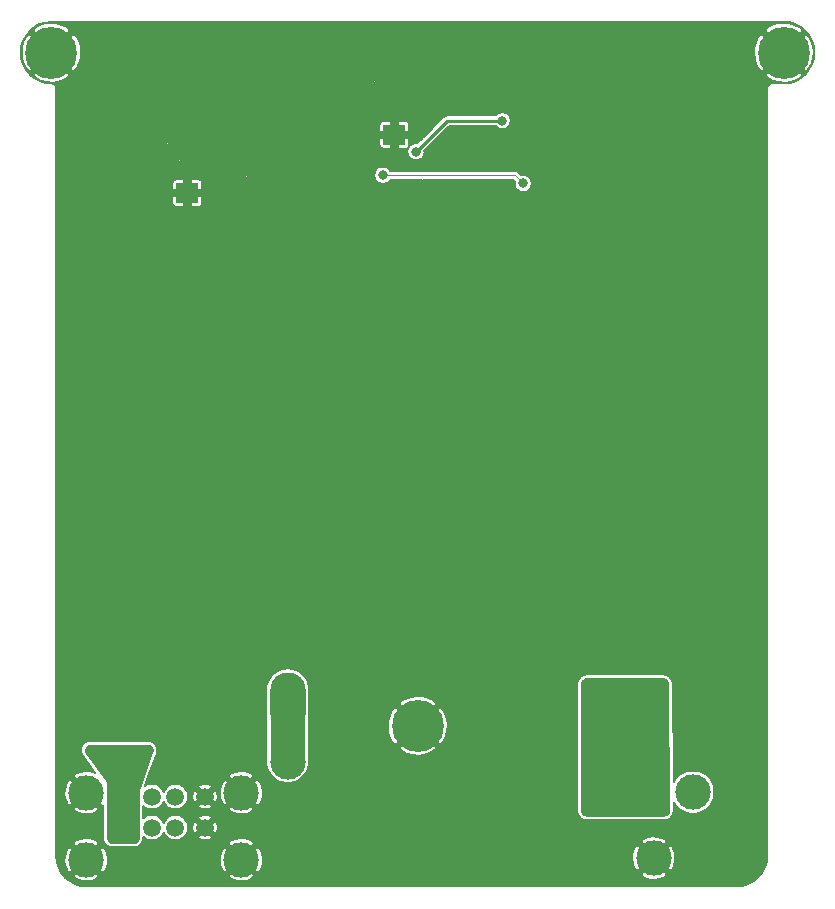
<source format=gbl>
G04 #@! TF.GenerationSoftware,KiCad,Pcbnew,(5.1.2)-2*
G04 #@! TF.CreationDate,2019-06-29T18:25:01+02:00*
G04 #@! TF.ProjectId,Milwaukee_USB_charger,4d696c77-6175-46b6-9565-5f5553425f63,rev?*
G04 #@! TF.SameCoordinates,Original*
G04 #@! TF.FileFunction,Copper,L2,Bot*
G04 #@! TF.FilePolarity,Positive*
%FSLAX46Y46*%
G04 Gerber Fmt 4.6, Leading zero omitted, Abs format (unit mm)*
G04 Created by KiCad (PCBNEW (5.1.2)-2) date 2019-06-29 18:25:01*
%MOMM*%
%LPD*%
G04 APERTURE LIST*
%ADD10O,3.000000X5.000000*%
%ADD11C,3.000000*%
%ADD12R,3.000000X5.080000*%
%ADD13R,1.880000X1.680000*%
%ADD14C,0.850000*%
%ADD15C,0.550000*%
%ADD16R,1.500000X1.500000*%
%ADD17C,1.500000*%
%ADD18C,0.700000*%
%ADD19C,4.400000*%
%ADD20C,0.800000*%
%ADD21C,0.250000*%
%ADD22C,0.125000*%
%ADD23C,0.150000*%
%ADD24C,0.254000*%
G04 APERTURE END LIST*
D10*
X111000000Y-93960000D03*
D11*
X111000000Y-99040000D03*
D12*
X111000000Y-96500000D03*
D10*
X89000000Y-93960000D03*
D11*
X89000000Y-99040000D03*
D12*
X89000000Y-96500000D03*
D13*
X80500000Y-50900000D03*
D14*
X81000000Y-50500000D03*
X80000000Y-51300000D03*
D15*
X80970000Y-51320000D03*
X80030000Y-50480000D03*
D13*
X98035759Y-45966239D03*
D14*
X98535759Y-45566239D03*
X97535759Y-46366239D03*
D15*
X98505759Y-46386239D03*
X97565759Y-45546239D03*
D11*
X85070000Y-101650000D03*
X71930000Y-101650000D03*
D16*
X75000000Y-102000000D03*
D17*
X77500000Y-102000000D03*
X79500000Y-102000000D03*
X82000000Y-102000000D03*
D11*
X71930000Y-107330000D03*
X85070000Y-107330000D03*
D17*
X75000000Y-104620000D03*
X77500000Y-104620000D03*
X79500000Y-104620000D03*
X82000000Y-104620000D03*
D11*
X123302000Y-101612000D03*
X116698000Y-101612000D03*
X120000000Y-107200000D03*
D18*
X70166726Y-37833274D03*
X69000000Y-37350000D03*
X67833274Y-37833274D03*
X67350000Y-39000000D03*
X67833274Y-40166726D03*
X69000000Y-40650000D03*
X70166726Y-40166726D03*
X70650000Y-39000000D03*
D19*
X69000000Y-39000000D03*
D18*
X132166726Y-37833274D03*
X131000000Y-37350000D03*
X129833274Y-37833274D03*
X129350000Y-39000000D03*
X129833274Y-40166726D03*
X131000000Y-40650000D03*
X132166726Y-40166726D03*
X132650000Y-39000000D03*
D19*
X131000000Y-39000000D03*
D18*
X101166726Y-94833274D03*
X100000000Y-94350000D03*
X98833274Y-94833274D03*
X98350000Y-96000000D03*
X98833274Y-97166726D03*
X100000000Y-97650000D03*
X101166726Y-97166726D03*
X101650000Y-96000000D03*
D19*
X100000000Y-96000000D03*
D20*
X78060759Y-50071239D03*
X95000000Y-44000000D03*
X95000000Y-45000000D03*
X95000000Y-46000000D03*
X95000000Y-47000000D03*
X95000000Y-48000000D03*
X95000000Y-49000000D03*
X94000000Y-49000000D03*
X94000000Y-48000000D03*
X94000000Y-47000000D03*
X94000000Y-46000000D03*
X94000000Y-45000000D03*
X94000000Y-44000000D03*
X93000000Y-44000000D03*
X93000000Y-45000000D03*
X71060759Y-48071239D03*
X72060759Y-48071239D03*
X73060759Y-48071239D03*
X74060759Y-48071239D03*
X75060759Y-48071239D03*
X76060759Y-48071239D03*
X75060759Y-49071239D03*
X74060759Y-49071239D03*
X73060759Y-49071239D03*
X73060759Y-50071239D03*
X74060759Y-50071239D03*
X75060759Y-50071239D03*
X78060759Y-49071239D03*
X74930000Y-108170000D03*
X79930000Y-108170000D03*
X89930000Y-108170000D03*
X94930000Y-108170000D03*
X99930000Y-108170000D03*
X104930000Y-108170000D03*
X109930000Y-108170000D03*
X114930000Y-108170000D03*
X69930000Y-103170000D03*
X69930000Y-98170000D03*
X69930000Y-93170000D03*
X69930000Y-88170000D03*
X85830000Y-93070000D03*
X84930000Y-99170000D03*
X94930000Y-103170000D03*
X99930000Y-103170000D03*
X104930000Y-103170000D03*
X109930000Y-103170000D03*
X104930000Y-98170000D03*
X94930000Y-98170000D03*
X94930000Y-93170000D03*
X104930000Y-93170000D03*
X89930000Y-103170000D03*
X94930000Y-88170000D03*
X99930000Y-88170000D03*
X99930000Y-83170000D03*
X94930000Y-78170000D03*
X99930000Y-78170000D03*
X94930000Y-83170000D03*
X94930000Y-73170000D03*
X89930000Y-38170000D03*
X84930000Y-38170000D03*
X84930000Y-44170000D03*
X79930000Y-38170000D03*
X74951317Y-38170000D03*
X109930000Y-38170000D03*
X114930000Y-38170000D03*
X119930000Y-38170000D03*
X124930000Y-43170000D03*
X124930000Y-48170000D03*
X124930000Y-52570000D03*
X108130000Y-61070000D03*
X90000000Y-50400000D03*
X71060759Y-47071239D03*
X72060759Y-47071239D03*
X74060759Y-47071239D03*
X73060759Y-47071239D03*
X75060759Y-47071239D03*
X76060759Y-47071239D03*
X77060759Y-48071239D03*
X127430000Y-57070000D03*
X127430000Y-52570000D03*
X127430000Y-48170000D03*
X127430000Y-43170000D03*
X122830000Y-50670000D03*
X122830000Y-45670000D03*
X122830000Y-40670000D03*
X102930000Y-48170000D03*
X102930000Y-46170000D03*
X105930000Y-46170000D03*
X108930000Y-46170000D03*
X102930000Y-43170000D03*
X103930000Y-41170000D03*
X105930000Y-41170000D03*
X104930000Y-39170000D03*
X127430000Y-100070000D03*
X127430000Y-103170000D03*
X127430000Y-108170000D03*
X124930000Y-105670000D03*
X97430000Y-75670000D03*
X102430000Y-80670000D03*
X97430000Y-80670000D03*
X102430000Y-85670000D03*
X97430000Y-85670000D03*
X103800000Y-58600000D03*
X94000000Y-50400000D03*
X95600000Y-50400000D03*
X79930000Y-57170000D03*
X79930000Y-61170000D03*
X92000000Y-44000000D03*
X92000000Y-45000000D03*
X91000000Y-45000000D03*
X91000000Y-44000000D03*
X90000000Y-49000000D03*
X90000000Y-48000000D03*
X90000000Y-47000000D03*
X90000000Y-46000000D03*
X90000000Y-45000000D03*
X90000000Y-44000000D03*
X74930000Y-44170000D03*
X74930000Y-41170000D03*
X79930000Y-41170000D03*
X84930000Y-41170000D03*
X89930000Y-41170000D03*
X69930000Y-44170000D03*
X124930000Y-38170000D03*
X75930000Y-91170000D03*
X71930000Y-91170000D03*
X71930000Y-86170000D03*
X69930000Y-83170000D03*
X75930000Y-86170000D03*
X93930000Y-56570000D03*
X93930000Y-58070000D03*
X93930000Y-59570000D03*
X93930000Y-61070000D03*
X93930000Y-62570000D03*
X95430000Y-62570000D03*
X95430000Y-61070000D03*
X95430000Y-59570000D03*
X95430000Y-58070000D03*
X95430000Y-56570000D03*
X96930000Y-62570000D03*
X99430000Y-56570000D03*
X99430000Y-58070000D03*
X101400000Y-58570000D03*
X94930000Y-68170000D03*
X114930000Y-83170000D03*
X110930000Y-68170000D03*
X113930000Y-68170000D03*
X116930000Y-68170000D03*
X119930000Y-68170000D03*
X122930000Y-68170000D03*
X125930000Y-68170000D03*
X128930000Y-68170000D03*
X128930000Y-65170000D03*
X128930000Y-62170000D03*
X128930000Y-71170000D03*
X125930000Y-65170000D03*
X125930000Y-62170000D03*
X122930000Y-65170000D03*
X119930000Y-65170000D03*
X116930000Y-71170000D03*
X119930000Y-71170000D03*
X122930000Y-71170000D03*
X122930000Y-74170000D03*
X128930000Y-75170000D03*
X84930000Y-88170000D03*
X84930000Y-83170000D03*
X84930000Y-78170000D03*
X84930000Y-73170000D03*
X81930000Y-75170000D03*
X84930000Y-69170000D03*
X81930000Y-69170000D03*
X73930000Y-51670000D03*
X108000000Y-53500000D03*
X103000000Y-51000000D03*
X73460000Y-98370000D03*
X75060000Y-98370000D03*
X76660000Y-98370000D03*
X74260000Y-99770000D03*
X75860000Y-99770000D03*
X114430000Y-98570000D03*
X116130000Y-98570000D03*
X117630000Y-98570000D03*
X119130000Y-101570000D03*
X119130000Y-103070000D03*
X114660000Y-92820000D03*
X116160000Y-92820000D03*
X117660000Y-92820000D03*
X119160000Y-92820000D03*
X114430000Y-100070000D03*
X114430000Y-103070000D03*
X114430000Y-101570000D03*
X119130000Y-98570000D03*
X114430000Y-97070000D03*
X114430000Y-95570000D03*
X114430000Y-94070000D03*
X119130000Y-100070000D03*
X99860759Y-47406241D03*
X107160759Y-44771239D03*
X97060759Y-49371239D03*
X108930000Y-50070000D03*
D21*
X99860759Y-47406241D02*
X102495761Y-44771239D01*
X102495761Y-44771239D02*
X107160759Y-44771239D01*
D22*
X97060759Y-49371239D02*
X108231239Y-49371239D01*
X108231239Y-49371239D02*
X108930000Y-50070000D01*
D23*
G36*
X131504636Y-36451399D02*
G01*
X131990055Y-36597955D01*
X132437754Y-36836000D01*
X132830699Y-37156479D01*
X133153907Y-37547170D01*
X133395076Y-37993204D01*
X133545017Y-38477582D01*
X133598018Y-38981862D01*
X133552062Y-39486835D01*
X133408899Y-39973260D01*
X133173985Y-40422610D01*
X132856258Y-40817782D01*
X132467828Y-41143713D01*
X132023494Y-41387989D01*
X131540172Y-41541308D01*
X131018132Y-41599864D01*
X130998646Y-41600000D01*
X130019646Y-41600000D01*
X130000000Y-41598065D01*
X129980353Y-41600000D01*
X129921586Y-41605788D01*
X129846186Y-41628660D01*
X129776697Y-41665803D01*
X129715789Y-41715789D01*
X129665803Y-41776697D01*
X129628660Y-41846186D01*
X129605788Y-41921586D01*
X129598065Y-42000000D01*
X129600000Y-42019647D01*
X129600001Y-106980426D01*
X129548601Y-107504637D01*
X129402046Y-107990053D01*
X129163998Y-108437757D01*
X128843522Y-108830698D01*
X128452830Y-109153907D01*
X128006795Y-109395077D01*
X127522419Y-109545016D01*
X126999288Y-109600000D01*
X72019564Y-109600000D01*
X71495363Y-109548601D01*
X71009947Y-109402046D01*
X70562243Y-109163998D01*
X70169302Y-108843522D01*
X70041763Y-108689353D01*
X70823792Y-108689353D01*
X71002063Y-108911729D01*
X71328473Y-109062368D01*
X71678001Y-109146434D01*
X72037212Y-109160694D01*
X72392302Y-109104602D01*
X72729627Y-108980313D01*
X72857937Y-108911729D01*
X73036208Y-108689353D01*
X83963792Y-108689353D01*
X84142063Y-108911729D01*
X84468473Y-109062368D01*
X84818001Y-109146434D01*
X85177212Y-109160694D01*
X85532302Y-109104602D01*
X85869627Y-108980313D01*
X85997937Y-108911729D01*
X86176208Y-108689353D01*
X86046209Y-108559353D01*
X118893792Y-108559353D01*
X119072063Y-108781729D01*
X119398473Y-108932368D01*
X119748001Y-109016434D01*
X120107212Y-109030694D01*
X120462302Y-108974602D01*
X120799627Y-108850313D01*
X120927937Y-108781729D01*
X121106208Y-108559353D01*
X120000000Y-107453144D01*
X118893792Y-108559353D01*
X86046209Y-108559353D01*
X85070000Y-107583144D01*
X83963792Y-108689353D01*
X73036208Y-108689353D01*
X71930000Y-107583144D01*
X70823792Y-108689353D01*
X70041763Y-108689353D01*
X69846093Y-108452830D01*
X69604923Y-108006795D01*
X69454984Y-107522419D01*
X69446029Y-107437212D01*
X70099306Y-107437212D01*
X70155398Y-107792302D01*
X70279687Y-108129627D01*
X70348271Y-108257937D01*
X70570647Y-108436208D01*
X71676856Y-107330000D01*
X72183144Y-107330000D01*
X73289353Y-108436208D01*
X73511729Y-108257937D01*
X73662368Y-107931527D01*
X73746434Y-107581999D01*
X73752181Y-107437212D01*
X83239306Y-107437212D01*
X83295398Y-107792302D01*
X83419687Y-108129627D01*
X83488271Y-108257937D01*
X83710647Y-108436208D01*
X84816856Y-107330000D01*
X85323144Y-107330000D01*
X86429353Y-108436208D01*
X86651729Y-108257937D01*
X86802368Y-107931527D01*
X86886434Y-107581999D01*
X86897342Y-107307212D01*
X118169306Y-107307212D01*
X118225398Y-107662302D01*
X118349687Y-107999627D01*
X118418271Y-108127937D01*
X118640647Y-108306208D01*
X119746856Y-107200000D01*
X120253144Y-107200000D01*
X121359353Y-108306208D01*
X121581729Y-108127937D01*
X121732368Y-107801527D01*
X121816434Y-107451999D01*
X121830694Y-107092788D01*
X121774602Y-106737698D01*
X121650313Y-106400373D01*
X121581729Y-106272063D01*
X121359353Y-106093792D01*
X120253144Y-107200000D01*
X119746856Y-107200000D01*
X118640647Y-106093792D01*
X118418271Y-106272063D01*
X118267632Y-106598473D01*
X118183566Y-106948001D01*
X118169306Y-107307212D01*
X86897342Y-107307212D01*
X86900694Y-107222788D01*
X86844602Y-106867698D01*
X86720313Y-106530373D01*
X86651729Y-106402063D01*
X86429353Y-106223792D01*
X85323144Y-107330000D01*
X84816856Y-107330000D01*
X83710647Y-106223792D01*
X83488271Y-106402063D01*
X83337632Y-106728473D01*
X83253566Y-107078001D01*
X83239306Y-107437212D01*
X73752181Y-107437212D01*
X73760694Y-107222788D01*
X73704602Y-106867698D01*
X73580313Y-106530373D01*
X73511729Y-106402063D01*
X73289353Y-106223792D01*
X72183144Y-107330000D01*
X71676856Y-107330000D01*
X70570647Y-106223792D01*
X70348271Y-106402063D01*
X70197632Y-106728473D01*
X70113566Y-107078001D01*
X70099306Y-107437212D01*
X69446029Y-107437212D01*
X69400000Y-106999288D01*
X69400000Y-105970647D01*
X70823792Y-105970647D01*
X71930000Y-107076856D01*
X73036208Y-105970647D01*
X72857937Y-105748271D01*
X72531527Y-105597632D01*
X72181999Y-105513566D01*
X71822788Y-105499306D01*
X71467698Y-105555398D01*
X71130373Y-105679687D01*
X71002063Y-105748271D01*
X70823792Y-105970647D01*
X69400000Y-105970647D01*
X69400000Y-103009353D01*
X70823792Y-103009353D01*
X71002063Y-103231729D01*
X71328473Y-103382368D01*
X71678001Y-103466434D01*
X72037212Y-103480694D01*
X72392302Y-103424602D01*
X72729627Y-103300313D01*
X72857937Y-103231729D01*
X73036208Y-103009353D01*
X71930000Y-101903144D01*
X70823792Y-103009353D01*
X69400000Y-103009353D01*
X69400000Y-101757212D01*
X70099306Y-101757212D01*
X70155398Y-102112302D01*
X70279687Y-102449627D01*
X70348271Y-102577937D01*
X70570647Y-102756208D01*
X71676856Y-101650000D01*
X70570647Y-100543792D01*
X70348271Y-100722063D01*
X70197632Y-101048473D01*
X70113566Y-101398001D01*
X70099306Y-101757212D01*
X69400000Y-101757212D01*
X69400000Y-100290647D01*
X70823792Y-100290647D01*
X71930000Y-101396856D01*
X71944142Y-101382713D01*
X72197287Y-101635858D01*
X72183144Y-101650000D01*
X73289353Y-102756208D01*
X73335000Y-102719614D01*
X73335000Y-105470000D01*
X73337780Y-105512421D01*
X73354817Y-105641831D01*
X73376776Y-105723782D01*
X73426726Y-105844372D01*
X73469148Y-105917849D01*
X73548608Y-106021402D01*
X73608598Y-106081392D01*
X73712151Y-106160852D01*
X73785628Y-106203274D01*
X73906218Y-106253224D01*
X73988169Y-106275183D01*
X74117579Y-106292220D01*
X74160000Y-106295000D01*
X75960000Y-106295000D01*
X76002421Y-106292220D01*
X76131831Y-106275183D01*
X76213782Y-106253224D01*
X76334372Y-106203274D01*
X76407849Y-106160852D01*
X76511402Y-106081392D01*
X76571392Y-106021402D01*
X76610338Y-105970647D01*
X83963792Y-105970647D01*
X85070000Y-107076856D01*
X86176208Y-105970647D01*
X86071992Y-105840647D01*
X118893792Y-105840647D01*
X120000000Y-106946856D01*
X121106208Y-105840647D01*
X120927937Y-105618271D01*
X120601527Y-105467632D01*
X120251999Y-105383566D01*
X119892788Y-105369306D01*
X119537698Y-105425398D01*
X119200373Y-105549687D01*
X119072063Y-105618271D01*
X118893792Y-105840647D01*
X86071992Y-105840647D01*
X85997937Y-105748271D01*
X85671527Y-105597632D01*
X85321999Y-105513566D01*
X84962788Y-105499306D01*
X84607698Y-105555398D01*
X84270373Y-105679687D01*
X84142063Y-105748271D01*
X83963792Y-105970647D01*
X76610338Y-105970647D01*
X76650852Y-105917849D01*
X76693274Y-105844372D01*
X76743224Y-105723782D01*
X76765183Y-105641831D01*
X76782220Y-105512421D01*
X76785000Y-105470000D01*
X76785000Y-105425279D01*
X76814728Y-105455007D01*
X76990797Y-105572652D01*
X77186434Y-105653688D01*
X77394122Y-105695000D01*
X77605878Y-105695000D01*
X77813566Y-105653688D01*
X78009203Y-105572652D01*
X78185272Y-105455007D01*
X78335007Y-105305272D01*
X78452652Y-105129203D01*
X78500000Y-105014896D01*
X78547348Y-105129203D01*
X78664993Y-105305272D01*
X78814728Y-105455007D01*
X78990797Y-105572652D01*
X79186434Y-105653688D01*
X79394122Y-105695000D01*
X79605878Y-105695000D01*
X79813566Y-105653688D01*
X80009203Y-105572652D01*
X80185272Y-105455007D01*
X80198774Y-105441505D01*
X81431640Y-105441505D01*
X81518666Y-105587033D01*
X81716574Y-105662355D01*
X81925373Y-105697621D01*
X82137041Y-105691474D01*
X82343442Y-105644151D01*
X82481334Y-105587033D01*
X82568360Y-105441505D01*
X82000000Y-104873144D01*
X81431640Y-105441505D01*
X80198774Y-105441505D01*
X80335007Y-105305272D01*
X80452652Y-105129203D01*
X80533688Y-104933566D01*
X80575000Y-104725878D01*
X80575000Y-104545373D01*
X80922379Y-104545373D01*
X80928526Y-104757041D01*
X80975849Y-104963442D01*
X81032967Y-105101334D01*
X81178495Y-105188360D01*
X81746856Y-104620000D01*
X82253144Y-104620000D01*
X82821505Y-105188360D01*
X82967033Y-105101334D01*
X83042355Y-104903426D01*
X83077621Y-104694627D01*
X83071474Y-104482959D01*
X83024151Y-104276558D01*
X82967033Y-104138666D01*
X82821505Y-104051640D01*
X82253144Y-104620000D01*
X81746856Y-104620000D01*
X81178495Y-104051640D01*
X81032967Y-104138666D01*
X80957645Y-104336574D01*
X80922379Y-104545373D01*
X80575000Y-104545373D01*
X80575000Y-104514122D01*
X80533688Y-104306434D01*
X80452652Y-104110797D01*
X80335007Y-103934728D01*
X80198774Y-103798495D01*
X81431640Y-103798495D01*
X82000000Y-104366856D01*
X82568360Y-103798495D01*
X82481334Y-103652967D01*
X82283426Y-103577645D01*
X82074627Y-103542379D01*
X81862959Y-103548526D01*
X81656558Y-103595849D01*
X81518666Y-103652967D01*
X81431640Y-103798495D01*
X80198774Y-103798495D01*
X80185272Y-103784993D01*
X80009203Y-103667348D01*
X79813566Y-103586312D01*
X79605878Y-103545000D01*
X79394122Y-103545000D01*
X79186434Y-103586312D01*
X78990797Y-103667348D01*
X78814728Y-103784993D01*
X78664993Y-103934728D01*
X78547348Y-104110797D01*
X78500000Y-104225104D01*
X78452652Y-104110797D01*
X78335007Y-103934728D01*
X78185272Y-103784993D01*
X78009203Y-103667348D01*
X77813566Y-103586312D01*
X77605878Y-103545000D01*
X77394122Y-103545000D01*
X77186434Y-103586312D01*
X76990797Y-103667348D01*
X76814728Y-103784993D01*
X76785000Y-103814721D01*
X76785000Y-102805279D01*
X76814728Y-102835007D01*
X76990797Y-102952652D01*
X77186434Y-103033688D01*
X77394122Y-103075000D01*
X77605878Y-103075000D01*
X77813566Y-103033688D01*
X78009203Y-102952652D01*
X78185272Y-102835007D01*
X78335007Y-102685272D01*
X78452652Y-102509203D01*
X78500000Y-102394896D01*
X78547348Y-102509203D01*
X78664993Y-102685272D01*
X78814728Y-102835007D01*
X78990797Y-102952652D01*
X79186434Y-103033688D01*
X79394122Y-103075000D01*
X79605878Y-103075000D01*
X79813566Y-103033688D01*
X80009203Y-102952652D01*
X80185272Y-102835007D01*
X80198774Y-102821505D01*
X81431640Y-102821505D01*
X81518666Y-102967033D01*
X81716574Y-103042355D01*
X81925373Y-103077621D01*
X82137041Y-103071474D01*
X82343442Y-103024151D01*
X82379166Y-103009353D01*
X83963792Y-103009353D01*
X84142063Y-103231729D01*
X84468473Y-103382368D01*
X84818001Y-103466434D01*
X85177212Y-103480694D01*
X85532302Y-103424602D01*
X85869627Y-103300313D01*
X85997937Y-103231729D01*
X86176208Y-103009353D01*
X85070000Y-101903144D01*
X83963792Y-103009353D01*
X82379166Y-103009353D01*
X82481334Y-102967033D01*
X82568360Y-102821505D01*
X82000000Y-102253144D01*
X81431640Y-102821505D01*
X80198774Y-102821505D01*
X80335007Y-102685272D01*
X80452652Y-102509203D01*
X80533688Y-102313566D01*
X80575000Y-102105878D01*
X80575000Y-101925373D01*
X80922379Y-101925373D01*
X80928526Y-102137041D01*
X80975849Y-102343442D01*
X81032967Y-102481334D01*
X81178495Y-102568360D01*
X81746856Y-102000000D01*
X82253144Y-102000000D01*
X82821505Y-102568360D01*
X82967033Y-102481334D01*
X83042355Y-102283426D01*
X83077621Y-102074627D01*
X83071474Y-101862959D01*
X83047229Y-101757212D01*
X83239306Y-101757212D01*
X83295398Y-102112302D01*
X83419687Y-102449627D01*
X83488271Y-102577937D01*
X83710647Y-102756208D01*
X84816856Y-101650000D01*
X85323144Y-101650000D01*
X86429353Y-102756208D01*
X86651729Y-102577937D01*
X86802368Y-102251527D01*
X86886434Y-101901999D01*
X86900694Y-101542788D01*
X86844602Y-101187698D01*
X86720313Y-100850373D01*
X86651729Y-100722063D01*
X86429353Y-100543792D01*
X85323144Y-101650000D01*
X84816856Y-101650000D01*
X83710647Y-100543792D01*
X83488271Y-100722063D01*
X83337632Y-101048473D01*
X83253566Y-101398001D01*
X83239306Y-101757212D01*
X83047229Y-101757212D01*
X83024151Y-101656558D01*
X82967033Y-101518666D01*
X82821505Y-101431640D01*
X82253144Y-102000000D01*
X81746856Y-102000000D01*
X81178495Y-101431640D01*
X81032967Y-101518666D01*
X80957645Y-101716574D01*
X80922379Y-101925373D01*
X80575000Y-101925373D01*
X80575000Y-101894122D01*
X80533688Y-101686434D01*
X80452652Y-101490797D01*
X80335007Y-101314728D01*
X80198774Y-101178495D01*
X81431640Y-101178495D01*
X82000000Y-101746856D01*
X82568360Y-101178495D01*
X82481334Y-101032967D01*
X82283426Y-100957645D01*
X82074627Y-100922379D01*
X81862959Y-100928526D01*
X81656558Y-100975849D01*
X81518666Y-101032967D01*
X81431640Y-101178495D01*
X80198774Y-101178495D01*
X80185272Y-101164993D01*
X80009203Y-101047348D01*
X79813566Y-100966312D01*
X79605878Y-100925000D01*
X79394122Y-100925000D01*
X79186434Y-100966312D01*
X78990797Y-101047348D01*
X78814728Y-101164993D01*
X78664993Y-101314728D01*
X78547348Y-101490797D01*
X78500000Y-101605104D01*
X78452652Y-101490797D01*
X78335007Y-101314728D01*
X78185272Y-101164993D01*
X78009203Y-101047348D01*
X77813566Y-100966312D01*
X77605878Y-100925000D01*
X77394122Y-100925000D01*
X77186434Y-100966312D01*
X76990797Y-101047348D01*
X76899905Y-101108080D01*
X77194611Y-100290647D01*
X83963792Y-100290647D01*
X85070000Y-101396856D01*
X86176208Y-100290647D01*
X85997937Y-100068271D01*
X85671527Y-99917632D01*
X85321999Y-99833566D01*
X84962788Y-99819306D01*
X84607698Y-99875398D01*
X84270373Y-99999687D01*
X84142063Y-100068271D01*
X83963792Y-100290647D01*
X77194611Y-100290647D01*
X77894336Y-98349805D01*
X77906519Y-98307044D01*
X77934852Y-98173529D01*
X77941251Y-98085043D01*
X77932423Y-97948840D01*
X77914655Y-97861920D01*
X77869324Y-97733180D01*
X77828713Y-97654303D01*
X77750256Y-97542618D01*
X77689829Y-97477664D01*
X77584094Y-97391356D01*
X77508351Y-97345160D01*
X77383215Y-97290661D01*
X77297804Y-97266670D01*
X77162593Y-97248041D01*
X77118234Y-97245000D01*
X72312562Y-97245000D01*
X72268012Y-97248068D01*
X72132229Y-97266858D01*
X72046477Y-97291055D01*
X71920900Y-97346013D01*
X71844943Y-97392586D01*
X71739010Y-97479580D01*
X71678555Y-97545031D01*
X71600227Y-97657524D01*
X71559817Y-97736934D01*
X71514982Y-97866471D01*
X71497656Y-97953871D01*
X71489684Y-98090715D01*
X71496744Y-98179533D01*
X71526233Y-98313400D01*
X71557148Y-98396965D01*
X71621883Y-98517793D01*
X71645625Y-98555613D01*
X72690898Y-99991182D01*
X72531527Y-99917632D01*
X72181999Y-99833566D01*
X71822788Y-99819306D01*
X71467698Y-99875398D01*
X71130373Y-99999687D01*
X71002063Y-100068271D01*
X70823792Y-100290647D01*
X69400000Y-100290647D01*
X69400000Y-93960000D01*
X87173428Y-93960000D01*
X87173428Y-99040000D01*
X87175000Y-99055961D01*
X87175000Y-99219747D01*
X87245134Y-99572333D01*
X87382706Y-99904461D01*
X87582430Y-100203369D01*
X87836631Y-100457570D01*
X88135539Y-100657294D01*
X88467667Y-100794866D01*
X88820253Y-100865000D01*
X89179747Y-100865000D01*
X89532333Y-100794866D01*
X89864461Y-100657294D01*
X90163369Y-100457570D01*
X90417570Y-100203369D01*
X90617294Y-99904461D01*
X90754866Y-99572333D01*
X90825000Y-99219747D01*
X90825000Y-99055961D01*
X90826572Y-99040000D01*
X90826572Y-97858584D01*
X98394560Y-97858584D01*
X98657191Y-98152751D01*
X99102974Y-98373355D01*
X99583228Y-98502753D01*
X100079499Y-98535971D01*
X100572715Y-98471734D01*
X101043923Y-98312509D01*
X101342809Y-98152751D01*
X101605440Y-97858584D01*
X100000000Y-96253144D01*
X98394560Y-97858584D01*
X90826572Y-97858584D01*
X90826572Y-96079499D01*
X97464029Y-96079499D01*
X97528266Y-96572715D01*
X97687491Y-97043923D01*
X97847249Y-97342809D01*
X98141416Y-97605440D01*
X99746856Y-96000000D01*
X100253144Y-96000000D01*
X101858584Y-97605440D01*
X102152751Y-97342809D01*
X102373355Y-96897026D01*
X102502753Y-96416772D01*
X102535971Y-95920501D01*
X102471734Y-95427285D01*
X102312509Y-94956077D01*
X102152751Y-94657191D01*
X101858584Y-94394560D01*
X100253144Y-96000000D01*
X99746856Y-96000000D01*
X98141416Y-94394560D01*
X97847249Y-94657191D01*
X97626645Y-95102974D01*
X97497247Y-95583228D01*
X97464029Y-96079499D01*
X90826572Y-96079499D01*
X90826572Y-94141416D01*
X98394560Y-94141416D01*
X100000000Y-95746856D01*
X101605440Y-94141416D01*
X101342809Y-93847249D01*
X100897026Y-93626645D01*
X100416772Y-93497247D01*
X99920501Y-93464029D01*
X99427285Y-93528266D01*
X98956077Y-93687491D01*
X98657191Y-93847249D01*
X98394560Y-94141416D01*
X90826572Y-94141416D01*
X90826572Y-93960000D01*
X90825000Y-93944039D01*
X90825000Y-92870349D01*
X90798593Y-92602238D01*
X90758480Y-92470000D01*
X113505000Y-92470000D01*
X113505000Y-103170000D01*
X113507780Y-103212421D01*
X113524817Y-103341831D01*
X113546776Y-103423782D01*
X113596726Y-103544372D01*
X113639148Y-103617849D01*
X113718608Y-103721402D01*
X113778598Y-103781392D01*
X113882151Y-103860852D01*
X113955628Y-103903274D01*
X114076218Y-103953224D01*
X114158169Y-103975183D01*
X114287579Y-103992220D01*
X114330000Y-103995000D01*
X120875708Y-103995000D01*
X120918358Y-103992189D01*
X121048456Y-103974967D01*
X121130819Y-103952773D01*
X121251954Y-103902294D01*
X121325707Y-103859432D01*
X121429535Y-103779172D01*
X121489592Y-103718599D01*
X121568961Y-103614089D01*
X121611189Y-103539975D01*
X121660632Y-103418412D01*
X121682123Y-103335861D01*
X121698232Y-103205622D01*
X121700678Y-103162949D01*
X121694942Y-102491780D01*
X121884430Y-102775369D01*
X122138631Y-103029570D01*
X122437539Y-103229294D01*
X122769667Y-103366866D01*
X123122253Y-103437000D01*
X123481747Y-103437000D01*
X123834333Y-103366866D01*
X124166461Y-103229294D01*
X124465369Y-103029570D01*
X124719570Y-102775369D01*
X124919294Y-102476461D01*
X125056866Y-102144333D01*
X125127000Y-101791747D01*
X125127000Y-101432253D01*
X125056866Y-101079667D01*
X124919294Y-100747539D01*
X124719570Y-100448631D01*
X124465369Y-100194430D01*
X124166461Y-99994706D01*
X123834333Y-99857134D01*
X123481747Y-99787000D01*
X123122253Y-99787000D01*
X122769667Y-99857134D01*
X122437539Y-99994706D01*
X122138631Y-100194430D01*
X121884430Y-100448631D01*
X121684706Y-100747539D01*
X121680128Y-100758591D01*
X121609225Y-92462949D01*
X121606114Y-92420782D01*
X121588161Y-92292209D01*
X121565741Y-92210859D01*
X121515293Y-92091242D01*
X121472687Y-92018408D01*
X121393146Y-91915810D01*
X121333223Y-91856396D01*
X121229949Y-91777734D01*
X121156752Y-91735751D01*
X121036708Y-91686327D01*
X120955168Y-91664603D01*
X120826446Y-91647750D01*
X120784255Y-91645000D01*
X114330000Y-91645000D01*
X114287579Y-91647780D01*
X114158169Y-91664817D01*
X114076218Y-91686776D01*
X113955628Y-91736726D01*
X113882151Y-91779148D01*
X113778598Y-91858608D01*
X113718608Y-91918598D01*
X113639148Y-92022151D01*
X113596726Y-92095628D01*
X113546776Y-92216218D01*
X113524817Y-92298169D01*
X113507780Y-92427579D01*
X113505000Y-92470000D01*
X90758480Y-92470000D01*
X90694238Y-92258224D01*
X90524774Y-91941179D01*
X90296714Y-91663286D01*
X90018821Y-91435226D01*
X89701776Y-91265762D01*
X89357762Y-91161407D01*
X89000000Y-91126170D01*
X88642239Y-91161407D01*
X88298225Y-91265762D01*
X87981180Y-91435226D01*
X87703287Y-91663286D01*
X87475227Y-91941179D01*
X87305763Y-92258224D01*
X87201408Y-92602238D01*
X87175001Y-92870349D01*
X87175001Y-93944034D01*
X87173428Y-93960000D01*
X69400000Y-93960000D01*
X69400000Y-46672026D01*
X70085763Y-46672026D01*
X70155004Y-53270787D01*
X70156441Y-53284632D01*
X70160709Y-53298701D01*
X70167640Y-53311668D01*
X70176967Y-53323033D01*
X70188332Y-53332360D01*
X70201299Y-53339291D01*
X70215368Y-53343559D01*
X70230000Y-53345000D01*
X77830000Y-53345000D01*
X77839706Y-53344369D01*
X77854029Y-53341047D01*
X77867427Y-53334994D01*
X77879388Y-53326443D01*
X77889450Y-53315724D01*
X77897228Y-53303247D01*
X77902423Y-53289492D01*
X77904834Y-53274989D01*
X77950167Y-52595000D01*
X85555000Y-52595000D01*
X85569493Y-52593586D01*
X85583570Y-52589345D01*
X85596550Y-52582439D01*
X85607933Y-52573133D01*
X85617281Y-52561785D01*
X85624237Y-52548832D01*
X85628531Y-52534771D01*
X85630000Y-52520142D01*
X85635759Y-49471381D01*
X85634318Y-49456607D01*
X85630050Y-49442538D01*
X85623119Y-49429571D01*
X85613792Y-49418206D01*
X85602427Y-49408879D01*
X85589460Y-49401948D01*
X85575391Y-49397680D01*
X85560759Y-49396239D01*
X79935759Y-49396239D01*
X79935759Y-48071239D01*
X79932691Y-48050008D01*
X79927167Y-48036382D01*
X79919091Y-48024097D01*
X79908773Y-48013622D01*
X79896610Y-48005362D01*
X79883069Y-47999634D01*
X79868671Y-47996657D01*
X79853969Y-47996547D01*
X78841435Y-48088596D01*
X78935593Y-46676228D01*
X78934318Y-46656607D01*
X78930050Y-46642538D01*
X78923119Y-46629571D01*
X78913792Y-46618206D01*
X78902427Y-46608879D01*
X78889460Y-46601948D01*
X78875391Y-46597680D01*
X78860759Y-46596239D01*
X70160759Y-46596239D01*
X70145356Y-46597838D01*
X70131332Y-46602253D01*
X70118439Y-46609319D01*
X70107172Y-46618765D01*
X70097965Y-46630228D01*
X70091171Y-46643266D01*
X70087051Y-46657380D01*
X70085763Y-46672026D01*
X69400000Y-46672026D01*
X69400000Y-41980353D01*
X69394212Y-41921586D01*
X69371340Y-41846186D01*
X69334197Y-41776697D01*
X69284211Y-41715789D01*
X69223302Y-41665803D01*
X69153813Y-41628660D01*
X69078413Y-41605788D01*
X69039095Y-41601916D01*
X69039033Y-41601909D01*
X69038096Y-41601817D01*
X69000000Y-41598065D01*
X68999915Y-41598073D01*
X68495363Y-41548601D01*
X68009947Y-41402046D01*
X67562243Y-41163998D01*
X67187770Y-40858584D01*
X67394560Y-40858584D01*
X67657191Y-41152751D01*
X68102974Y-41373355D01*
X68583228Y-41502753D01*
X69079499Y-41535971D01*
X69572715Y-41471734D01*
X69785003Y-41400000D01*
X92125000Y-41400000D01*
X92125000Y-63800000D01*
X92126441Y-63814632D01*
X92130709Y-63828701D01*
X92137640Y-63841668D01*
X92146967Y-63853033D01*
X92158332Y-63862360D01*
X92171299Y-63869291D01*
X92185368Y-63873559D01*
X92200000Y-63875000D01*
X100400000Y-63875000D01*
X100414525Y-63873580D01*
X100428600Y-63869333D01*
X100441577Y-63862421D01*
X100452956Y-63853110D01*
X100462299Y-63841759D01*
X100469249Y-63828802D01*
X100473537Y-63814739D01*
X100475000Y-63800109D01*
X100495468Y-49758739D01*
X108070732Y-49758739D01*
X108222518Y-49910525D01*
X108205000Y-49998594D01*
X108205000Y-50141406D01*
X108232861Y-50281475D01*
X108287513Y-50413416D01*
X108366856Y-50532161D01*
X108467839Y-50633144D01*
X108586584Y-50712487D01*
X108718525Y-50767139D01*
X108858594Y-50795000D01*
X109001406Y-50795000D01*
X109141475Y-50767139D01*
X109273416Y-50712487D01*
X109392161Y-50633144D01*
X109493144Y-50532161D01*
X109572487Y-50413416D01*
X109627139Y-50281475D01*
X109655000Y-50141406D01*
X109655000Y-49998594D01*
X109627139Y-49858525D01*
X109572487Y-49726584D01*
X109493144Y-49607839D01*
X109392161Y-49506856D01*
X109273416Y-49427513D01*
X109141475Y-49372861D01*
X109001406Y-49345000D01*
X108858594Y-49345000D01*
X108770525Y-49362518D01*
X108518701Y-49110694D01*
X108506568Y-49095910D01*
X108447564Y-49047486D01*
X108380246Y-49011504D01*
X108307202Y-48989347D01*
X108250265Y-48983739D01*
X108231239Y-48981865D01*
X108212213Y-48983739D01*
X100496598Y-48983739D01*
X100498387Y-47756930D01*
X100503246Y-47749657D01*
X100557898Y-47617716D01*
X100585759Y-47477647D01*
X100585759Y-47334835D01*
X100582906Y-47320490D01*
X102682157Y-45221239D01*
X106589489Y-45221239D01*
X106597615Y-45233400D01*
X106698598Y-45334383D01*
X106817343Y-45413726D01*
X106949284Y-45468378D01*
X107089353Y-45496239D01*
X107232165Y-45496239D01*
X107372234Y-45468378D01*
X107504175Y-45413726D01*
X107622920Y-45334383D01*
X107723903Y-45233400D01*
X107803246Y-45114655D01*
X107857898Y-44982714D01*
X107885759Y-44842645D01*
X107885759Y-44699833D01*
X107857898Y-44559764D01*
X107803246Y-44427823D01*
X107723903Y-44309078D01*
X107622920Y-44208095D01*
X107504175Y-44128752D01*
X107372234Y-44074100D01*
X107232165Y-44046239D01*
X107089353Y-44046239D01*
X106949284Y-44074100D01*
X106817343Y-44128752D01*
X106698598Y-44208095D01*
X106597615Y-44309078D01*
X106589489Y-44321239D01*
X102517855Y-44321239D01*
X102495761Y-44319063D01*
X102473667Y-44321239D01*
X102473656Y-44321239D01*
X102407546Y-44327750D01*
X102322720Y-44353482D01*
X102244544Y-44395268D01*
X102193193Y-44437411D01*
X102193189Y-44437415D01*
X102176024Y-44451502D01*
X102161937Y-44468667D01*
X100500758Y-46129846D01*
X100505000Y-43220109D01*
X100503559Y-43205368D01*
X100499291Y-43191299D01*
X100492360Y-43178332D01*
X100483033Y-43166967D01*
X100471668Y-43157640D01*
X100458701Y-43150709D01*
X100444632Y-43146441D01*
X100430000Y-43145000D01*
X97452709Y-43145000D01*
X97441603Y-43137596D01*
X97428701Y-43130709D01*
X97414632Y-43126441D01*
X97400000Y-43125000D01*
X96475000Y-43125000D01*
X96475000Y-41400000D01*
X96473559Y-41385368D01*
X96469291Y-41371299D01*
X96462360Y-41358332D01*
X96453033Y-41346967D01*
X96441668Y-41337640D01*
X96428701Y-41330709D01*
X96414632Y-41326441D01*
X96400000Y-41325000D01*
X92200000Y-41325000D01*
X92185368Y-41326441D01*
X92171299Y-41330709D01*
X92158332Y-41337640D01*
X92146967Y-41346967D01*
X92137640Y-41358332D01*
X92130709Y-41371299D01*
X92126441Y-41385368D01*
X92125000Y-41400000D01*
X69785003Y-41400000D01*
X70043923Y-41312509D01*
X70342809Y-41152751D01*
X70605440Y-40858584D01*
X129394560Y-40858584D01*
X129657191Y-41152751D01*
X130102974Y-41373355D01*
X130583228Y-41502753D01*
X131079499Y-41535971D01*
X131572715Y-41471734D01*
X132043923Y-41312509D01*
X132342809Y-41152751D01*
X132605440Y-40858584D01*
X131000000Y-39253144D01*
X129394560Y-40858584D01*
X70605440Y-40858584D01*
X69000000Y-39253144D01*
X67394560Y-40858584D01*
X67187770Y-40858584D01*
X67169302Y-40843522D01*
X66846093Y-40452830D01*
X66604923Y-40006795D01*
X66454984Y-39522419D01*
X66408432Y-39079499D01*
X66464029Y-39079499D01*
X66528266Y-39572715D01*
X66687491Y-40043923D01*
X66847249Y-40342809D01*
X67141416Y-40605440D01*
X68746856Y-39000000D01*
X69253144Y-39000000D01*
X70858584Y-40605440D01*
X71152751Y-40342809D01*
X71373355Y-39897026D01*
X71502753Y-39416772D01*
X71525328Y-39079499D01*
X128464029Y-39079499D01*
X128528266Y-39572715D01*
X128687491Y-40043923D01*
X128847249Y-40342809D01*
X129141416Y-40605440D01*
X130746856Y-39000000D01*
X131253144Y-39000000D01*
X132858584Y-40605440D01*
X133152751Y-40342809D01*
X133373355Y-39897026D01*
X133502753Y-39416772D01*
X133535971Y-38920501D01*
X133471734Y-38427285D01*
X133312509Y-37956077D01*
X133152751Y-37657191D01*
X132858584Y-37394560D01*
X131253144Y-39000000D01*
X130746856Y-39000000D01*
X129141416Y-37394560D01*
X128847249Y-37657191D01*
X128626645Y-38102974D01*
X128497247Y-38583228D01*
X128464029Y-39079499D01*
X71525328Y-39079499D01*
X71535971Y-38920501D01*
X71471734Y-38427285D01*
X71312509Y-37956077D01*
X71152751Y-37657191D01*
X70858584Y-37394560D01*
X69253144Y-39000000D01*
X68746856Y-39000000D01*
X67141416Y-37394560D01*
X66847249Y-37657191D01*
X66626645Y-38102974D01*
X66497247Y-38583228D01*
X66464029Y-39079499D01*
X66408432Y-39079499D01*
X66401982Y-39018138D01*
X66447937Y-38513168D01*
X66591101Y-38026739D01*
X66826016Y-37577389D01*
X67143742Y-37182218D01*
X67192367Y-37141416D01*
X67394560Y-37141416D01*
X69000000Y-38746856D01*
X70605440Y-37141416D01*
X129394560Y-37141416D01*
X131000000Y-38746856D01*
X132605440Y-37141416D01*
X132342809Y-36847249D01*
X131897026Y-36626645D01*
X131416772Y-36497247D01*
X130920501Y-36464029D01*
X130427285Y-36528266D01*
X129956077Y-36687491D01*
X129657191Y-36847249D01*
X129394560Y-37141416D01*
X70605440Y-37141416D01*
X70342809Y-36847249D01*
X69897026Y-36626645D01*
X69416772Y-36497247D01*
X68920501Y-36464029D01*
X68427285Y-36528266D01*
X67956077Y-36687491D01*
X67657191Y-36847249D01*
X67394560Y-37141416D01*
X67192367Y-37141416D01*
X67532171Y-36856287D01*
X67976508Y-36612010D01*
X68459828Y-36458692D01*
X68981868Y-36400136D01*
X69001354Y-36400000D01*
X130980436Y-36400000D01*
X131504636Y-36451399D01*
X131504636Y-36451399D01*
G37*
X131504636Y-36451399D02*
X131990055Y-36597955D01*
X132437754Y-36836000D01*
X132830699Y-37156479D01*
X133153907Y-37547170D01*
X133395076Y-37993204D01*
X133545017Y-38477582D01*
X133598018Y-38981862D01*
X133552062Y-39486835D01*
X133408899Y-39973260D01*
X133173985Y-40422610D01*
X132856258Y-40817782D01*
X132467828Y-41143713D01*
X132023494Y-41387989D01*
X131540172Y-41541308D01*
X131018132Y-41599864D01*
X130998646Y-41600000D01*
X130019646Y-41600000D01*
X130000000Y-41598065D01*
X129980353Y-41600000D01*
X129921586Y-41605788D01*
X129846186Y-41628660D01*
X129776697Y-41665803D01*
X129715789Y-41715789D01*
X129665803Y-41776697D01*
X129628660Y-41846186D01*
X129605788Y-41921586D01*
X129598065Y-42000000D01*
X129600000Y-42019647D01*
X129600001Y-106980426D01*
X129548601Y-107504637D01*
X129402046Y-107990053D01*
X129163998Y-108437757D01*
X128843522Y-108830698D01*
X128452830Y-109153907D01*
X128006795Y-109395077D01*
X127522419Y-109545016D01*
X126999288Y-109600000D01*
X72019564Y-109600000D01*
X71495363Y-109548601D01*
X71009947Y-109402046D01*
X70562243Y-109163998D01*
X70169302Y-108843522D01*
X70041763Y-108689353D01*
X70823792Y-108689353D01*
X71002063Y-108911729D01*
X71328473Y-109062368D01*
X71678001Y-109146434D01*
X72037212Y-109160694D01*
X72392302Y-109104602D01*
X72729627Y-108980313D01*
X72857937Y-108911729D01*
X73036208Y-108689353D01*
X83963792Y-108689353D01*
X84142063Y-108911729D01*
X84468473Y-109062368D01*
X84818001Y-109146434D01*
X85177212Y-109160694D01*
X85532302Y-109104602D01*
X85869627Y-108980313D01*
X85997937Y-108911729D01*
X86176208Y-108689353D01*
X86046209Y-108559353D01*
X118893792Y-108559353D01*
X119072063Y-108781729D01*
X119398473Y-108932368D01*
X119748001Y-109016434D01*
X120107212Y-109030694D01*
X120462302Y-108974602D01*
X120799627Y-108850313D01*
X120927937Y-108781729D01*
X121106208Y-108559353D01*
X120000000Y-107453144D01*
X118893792Y-108559353D01*
X86046209Y-108559353D01*
X85070000Y-107583144D01*
X83963792Y-108689353D01*
X73036208Y-108689353D01*
X71930000Y-107583144D01*
X70823792Y-108689353D01*
X70041763Y-108689353D01*
X69846093Y-108452830D01*
X69604923Y-108006795D01*
X69454984Y-107522419D01*
X69446029Y-107437212D01*
X70099306Y-107437212D01*
X70155398Y-107792302D01*
X70279687Y-108129627D01*
X70348271Y-108257937D01*
X70570647Y-108436208D01*
X71676856Y-107330000D01*
X72183144Y-107330000D01*
X73289353Y-108436208D01*
X73511729Y-108257937D01*
X73662368Y-107931527D01*
X73746434Y-107581999D01*
X73752181Y-107437212D01*
X83239306Y-107437212D01*
X83295398Y-107792302D01*
X83419687Y-108129627D01*
X83488271Y-108257937D01*
X83710647Y-108436208D01*
X84816856Y-107330000D01*
X85323144Y-107330000D01*
X86429353Y-108436208D01*
X86651729Y-108257937D01*
X86802368Y-107931527D01*
X86886434Y-107581999D01*
X86897342Y-107307212D01*
X118169306Y-107307212D01*
X118225398Y-107662302D01*
X118349687Y-107999627D01*
X118418271Y-108127937D01*
X118640647Y-108306208D01*
X119746856Y-107200000D01*
X120253144Y-107200000D01*
X121359353Y-108306208D01*
X121581729Y-108127937D01*
X121732368Y-107801527D01*
X121816434Y-107451999D01*
X121830694Y-107092788D01*
X121774602Y-106737698D01*
X121650313Y-106400373D01*
X121581729Y-106272063D01*
X121359353Y-106093792D01*
X120253144Y-107200000D01*
X119746856Y-107200000D01*
X118640647Y-106093792D01*
X118418271Y-106272063D01*
X118267632Y-106598473D01*
X118183566Y-106948001D01*
X118169306Y-107307212D01*
X86897342Y-107307212D01*
X86900694Y-107222788D01*
X86844602Y-106867698D01*
X86720313Y-106530373D01*
X86651729Y-106402063D01*
X86429353Y-106223792D01*
X85323144Y-107330000D01*
X84816856Y-107330000D01*
X83710647Y-106223792D01*
X83488271Y-106402063D01*
X83337632Y-106728473D01*
X83253566Y-107078001D01*
X83239306Y-107437212D01*
X73752181Y-107437212D01*
X73760694Y-107222788D01*
X73704602Y-106867698D01*
X73580313Y-106530373D01*
X73511729Y-106402063D01*
X73289353Y-106223792D01*
X72183144Y-107330000D01*
X71676856Y-107330000D01*
X70570647Y-106223792D01*
X70348271Y-106402063D01*
X70197632Y-106728473D01*
X70113566Y-107078001D01*
X70099306Y-107437212D01*
X69446029Y-107437212D01*
X69400000Y-106999288D01*
X69400000Y-105970647D01*
X70823792Y-105970647D01*
X71930000Y-107076856D01*
X73036208Y-105970647D01*
X72857937Y-105748271D01*
X72531527Y-105597632D01*
X72181999Y-105513566D01*
X71822788Y-105499306D01*
X71467698Y-105555398D01*
X71130373Y-105679687D01*
X71002063Y-105748271D01*
X70823792Y-105970647D01*
X69400000Y-105970647D01*
X69400000Y-103009353D01*
X70823792Y-103009353D01*
X71002063Y-103231729D01*
X71328473Y-103382368D01*
X71678001Y-103466434D01*
X72037212Y-103480694D01*
X72392302Y-103424602D01*
X72729627Y-103300313D01*
X72857937Y-103231729D01*
X73036208Y-103009353D01*
X71930000Y-101903144D01*
X70823792Y-103009353D01*
X69400000Y-103009353D01*
X69400000Y-101757212D01*
X70099306Y-101757212D01*
X70155398Y-102112302D01*
X70279687Y-102449627D01*
X70348271Y-102577937D01*
X70570647Y-102756208D01*
X71676856Y-101650000D01*
X70570647Y-100543792D01*
X70348271Y-100722063D01*
X70197632Y-101048473D01*
X70113566Y-101398001D01*
X70099306Y-101757212D01*
X69400000Y-101757212D01*
X69400000Y-100290647D01*
X70823792Y-100290647D01*
X71930000Y-101396856D01*
X71944142Y-101382713D01*
X72197287Y-101635858D01*
X72183144Y-101650000D01*
X73289353Y-102756208D01*
X73335000Y-102719614D01*
X73335000Y-105470000D01*
X73337780Y-105512421D01*
X73354817Y-105641831D01*
X73376776Y-105723782D01*
X73426726Y-105844372D01*
X73469148Y-105917849D01*
X73548608Y-106021402D01*
X73608598Y-106081392D01*
X73712151Y-106160852D01*
X73785628Y-106203274D01*
X73906218Y-106253224D01*
X73988169Y-106275183D01*
X74117579Y-106292220D01*
X74160000Y-106295000D01*
X75960000Y-106295000D01*
X76002421Y-106292220D01*
X76131831Y-106275183D01*
X76213782Y-106253224D01*
X76334372Y-106203274D01*
X76407849Y-106160852D01*
X76511402Y-106081392D01*
X76571392Y-106021402D01*
X76610338Y-105970647D01*
X83963792Y-105970647D01*
X85070000Y-107076856D01*
X86176208Y-105970647D01*
X86071992Y-105840647D01*
X118893792Y-105840647D01*
X120000000Y-106946856D01*
X121106208Y-105840647D01*
X120927937Y-105618271D01*
X120601527Y-105467632D01*
X120251999Y-105383566D01*
X119892788Y-105369306D01*
X119537698Y-105425398D01*
X119200373Y-105549687D01*
X119072063Y-105618271D01*
X118893792Y-105840647D01*
X86071992Y-105840647D01*
X85997937Y-105748271D01*
X85671527Y-105597632D01*
X85321999Y-105513566D01*
X84962788Y-105499306D01*
X84607698Y-105555398D01*
X84270373Y-105679687D01*
X84142063Y-105748271D01*
X83963792Y-105970647D01*
X76610338Y-105970647D01*
X76650852Y-105917849D01*
X76693274Y-105844372D01*
X76743224Y-105723782D01*
X76765183Y-105641831D01*
X76782220Y-105512421D01*
X76785000Y-105470000D01*
X76785000Y-105425279D01*
X76814728Y-105455007D01*
X76990797Y-105572652D01*
X77186434Y-105653688D01*
X77394122Y-105695000D01*
X77605878Y-105695000D01*
X77813566Y-105653688D01*
X78009203Y-105572652D01*
X78185272Y-105455007D01*
X78335007Y-105305272D01*
X78452652Y-105129203D01*
X78500000Y-105014896D01*
X78547348Y-105129203D01*
X78664993Y-105305272D01*
X78814728Y-105455007D01*
X78990797Y-105572652D01*
X79186434Y-105653688D01*
X79394122Y-105695000D01*
X79605878Y-105695000D01*
X79813566Y-105653688D01*
X80009203Y-105572652D01*
X80185272Y-105455007D01*
X80198774Y-105441505D01*
X81431640Y-105441505D01*
X81518666Y-105587033D01*
X81716574Y-105662355D01*
X81925373Y-105697621D01*
X82137041Y-105691474D01*
X82343442Y-105644151D01*
X82481334Y-105587033D01*
X82568360Y-105441505D01*
X82000000Y-104873144D01*
X81431640Y-105441505D01*
X80198774Y-105441505D01*
X80335007Y-105305272D01*
X80452652Y-105129203D01*
X80533688Y-104933566D01*
X80575000Y-104725878D01*
X80575000Y-104545373D01*
X80922379Y-104545373D01*
X80928526Y-104757041D01*
X80975849Y-104963442D01*
X81032967Y-105101334D01*
X81178495Y-105188360D01*
X81746856Y-104620000D01*
X82253144Y-104620000D01*
X82821505Y-105188360D01*
X82967033Y-105101334D01*
X83042355Y-104903426D01*
X83077621Y-104694627D01*
X83071474Y-104482959D01*
X83024151Y-104276558D01*
X82967033Y-104138666D01*
X82821505Y-104051640D01*
X82253144Y-104620000D01*
X81746856Y-104620000D01*
X81178495Y-104051640D01*
X81032967Y-104138666D01*
X80957645Y-104336574D01*
X80922379Y-104545373D01*
X80575000Y-104545373D01*
X80575000Y-104514122D01*
X80533688Y-104306434D01*
X80452652Y-104110797D01*
X80335007Y-103934728D01*
X80198774Y-103798495D01*
X81431640Y-103798495D01*
X82000000Y-104366856D01*
X82568360Y-103798495D01*
X82481334Y-103652967D01*
X82283426Y-103577645D01*
X82074627Y-103542379D01*
X81862959Y-103548526D01*
X81656558Y-103595849D01*
X81518666Y-103652967D01*
X81431640Y-103798495D01*
X80198774Y-103798495D01*
X80185272Y-103784993D01*
X80009203Y-103667348D01*
X79813566Y-103586312D01*
X79605878Y-103545000D01*
X79394122Y-103545000D01*
X79186434Y-103586312D01*
X78990797Y-103667348D01*
X78814728Y-103784993D01*
X78664993Y-103934728D01*
X78547348Y-104110797D01*
X78500000Y-104225104D01*
X78452652Y-104110797D01*
X78335007Y-103934728D01*
X78185272Y-103784993D01*
X78009203Y-103667348D01*
X77813566Y-103586312D01*
X77605878Y-103545000D01*
X77394122Y-103545000D01*
X77186434Y-103586312D01*
X76990797Y-103667348D01*
X76814728Y-103784993D01*
X76785000Y-103814721D01*
X76785000Y-102805279D01*
X76814728Y-102835007D01*
X76990797Y-102952652D01*
X77186434Y-103033688D01*
X77394122Y-103075000D01*
X77605878Y-103075000D01*
X77813566Y-103033688D01*
X78009203Y-102952652D01*
X78185272Y-102835007D01*
X78335007Y-102685272D01*
X78452652Y-102509203D01*
X78500000Y-102394896D01*
X78547348Y-102509203D01*
X78664993Y-102685272D01*
X78814728Y-102835007D01*
X78990797Y-102952652D01*
X79186434Y-103033688D01*
X79394122Y-103075000D01*
X79605878Y-103075000D01*
X79813566Y-103033688D01*
X80009203Y-102952652D01*
X80185272Y-102835007D01*
X80198774Y-102821505D01*
X81431640Y-102821505D01*
X81518666Y-102967033D01*
X81716574Y-103042355D01*
X81925373Y-103077621D01*
X82137041Y-103071474D01*
X82343442Y-103024151D01*
X82379166Y-103009353D01*
X83963792Y-103009353D01*
X84142063Y-103231729D01*
X84468473Y-103382368D01*
X84818001Y-103466434D01*
X85177212Y-103480694D01*
X85532302Y-103424602D01*
X85869627Y-103300313D01*
X85997937Y-103231729D01*
X86176208Y-103009353D01*
X85070000Y-101903144D01*
X83963792Y-103009353D01*
X82379166Y-103009353D01*
X82481334Y-102967033D01*
X82568360Y-102821505D01*
X82000000Y-102253144D01*
X81431640Y-102821505D01*
X80198774Y-102821505D01*
X80335007Y-102685272D01*
X80452652Y-102509203D01*
X80533688Y-102313566D01*
X80575000Y-102105878D01*
X80575000Y-101925373D01*
X80922379Y-101925373D01*
X80928526Y-102137041D01*
X80975849Y-102343442D01*
X81032967Y-102481334D01*
X81178495Y-102568360D01*
X81746856Y-102000000D01*
X82253144Y-102000000D01*
X82821505Y-102568360D01*
X82967033Y-102481334D01*
X83042355Y-102283426D01*
X83077621Y-102074627D01*
X83071474Y-101862959D01*
X83047229Y-101757212D01*
X83239306Y-101757212D01*
X83295398Y-102112302D01*
X83419687Y-102449627D01*
X83488271Y-102577937D01*
X83710647Y-102756208D01*
X84816856Y-101650000D01*
X85323144Y-101650000D01*
X86429353Y-102756208D01*
X86651729Y-102577937D01*
X86802368Y-102251527D01*
X86886434Y-101901999D01*
X86900694Y-101542788D01*
X86844602Y-101187698D01*
X86720313Y-100850373D01*
X86651729Y-100722063D01*
X86429353Y-100543792D01*
X85323144Y-101650000D01*
X84816856Y-101650000D01*
X83710647Y-100543792D01*
X83488271Y-100722063D01*
X83337632Y-101048473D01*
X83253566Y-101398001D01*
X83239306Y-101757212D01*
X83047229Y-101757212D01*
X83024151Y-101656558D01*
X82967033Y-101518666D01*
X82821505Y-101431640D01*
X82253144Y-102000000D01*
X81746856Y-102000000D01*
X81178495Y-101431640D01*
X81032967Y-101518666D01*
X80957645Y-101716574D01*
X80922379Y-101925373D01*
X80575000Y-101925373D01*
X80575000Y-101894122D01*
X80533688Y-101686434D01*
X80452652Y-101490797D01*
X80335007Y-101314728D01*
X80198774Y-101178495D01*
X81431640Y-101178495D01*
X82000000Y-101746856D01*
X82568360Y-101178495D01*
X82481334Y-101032967D01*
X82283426Y-100957645D01*
X82074627Y-100922379D01*
X81862959Y-100928526D01*
X81656558Y-100975849D01*
X81518666Y-101032967D01*
X81431640Y-101178495D01*
X80198774Y-101178495D01*
X80185272Y-101164993D01*
X80009203Y-101047348D01*
X79813566Y-100966312D01*
X79605878Y-100925000D01*
X79394122Y-100925000D01*
X79186434Y-100966312D01*
X78990797Y-101047348D01*
X78814728Y-101164993D01*
X78664993Y-101314728D01*
X78547348Y-101490797D01*
X78500000Y-101605104D01*
X78452652Y-101490797D01*
X78335007Y-101314728D01*
X78185272Y-101164993D01*
X78009203Y-101047348D01*
X77813566Y-100966312D01*
X77605878Y-100925000D01*
X77394122Y-100925000D01*
X77186434Y-100966312D01*
X76990797Y-101047348D01*
X76899905Y-101108080D01*
X77194611Y-100290647D01*
X83963792Y-100290647D01*
X85070000Y-101396856D01*
X86176208Y-100290647D01*
X85997937Y-100068271D01*
X85671527Y-99917632D01*
X85321999Y-99833566D01*
X84962788Y-99819306D01*
X84607698Y-99875398D01*
X84270373Y-99999687D01*
X84142063Y-100068271D01*
X83963792Y-100290647D01*
X77194611Y-100290647D01*
X77894336Y-98349805D01*
X77906519Y-98307044D01*
X77934852Y-98173529D01*
X77941251Y-98085043D01*
X77932423Y-97948840D01*
X77914655Y-97861920D01*
X77869324Y-97733180D01*
X77828713Y-97654303D01*
X77750256Y-97542618D01*
X77689829Y-97477664D01*
X77584094Y-97391356D01*
X77508351Y-97345160D01*
X77383215Y-97290661D01*
X77297804Y-97266670D01*
X77162593Y-97248041D01*
X77118234Y-97245000D01*
X72312562Y-97245000D01*
X72268012Y-97248068D01*
X72132229Y-97266858D01*
X72046477Y-97291055D01*
X71920900Y-97346013D01*
X71844943Y-97392586D01*
X71739010Y-97479580D01*
X71678555Y-97545031D01*
X71600227Y-97657524D01*
X71559817Y-97736934D01*
X71514982Y-97866471D01*
X71497656Y-97953871D01*
X71489684Y-98090715D01*
X71496744Y-98179533D01*
X71526233Y-98313400D01*
X71557148Y-98396965D01*
X71621883Y-98517793D01*
X71645625Y-98555613D01*
X72690898Y-99991182D01*
X72531527Y-99917632D01*
X72181999Y-99833566D01*
X71822788Y-99819306D01*
X71467698Y-99875398D01*
X71130373Y-99999687D01*
X71002063Y-100068271D01*
X70823792Y-100290647D01*
X69400000Y-100290647D01*
X69400000Y-93960000D01*
X87173428Y-93960000D01*
X87173428Y-99040000D01*
X87175000Y-99055961D01*
X87175000Y-99219747D01*
X87245134Y-99572333D01*
X87382706Y-99904461D01*
X87582430Y-100203369D01*
X87836631Y-100457570D01*
X88135539Y-100657294D01*
X88467667Y-100794866D01*
X88820253Y-100865000D01*
X89179747Y-100865000D01*
X89532333Y-100794866D01*
X89864461Y-100657294D01*
X90163369Y-100457570D01*
X90417570Y-100203369D01*
X90617294Y-99904461D01*
X90754866Y-99572333D01*
X90825000Y-99219747D01*
X90825000Y-99055961D01*
X90826572Y-99040000D01*
X90826572Y-97858584D01*
X98394560Y-97858584D01*
X98657191Y-98152751D01*
X99102974Y-98373355D01*
X99583228Y-98502753D01*
X100079499Y-98535971D01*
X100572715Y-98471734D01*
X101043923Y-98312509D01*
X101342809Y-98152751D01*
X101605440Y-97858584D01*
X100000000Y-96253144D01*
X98394560Y-97858584D01*
X90826572Y-97858584D01*
X90826572Y-96079499D01*
X97464029Y-96079499D01*
X97528266Y-96572715D01*
X97687491Y-97043923D01*
X97847249Y-97342809D01*
X98141416Y-97605440D01*
X99746856Y-96000000D01*
X100253144Y-96000000D01*
X101858584Y-97605440D01*
X102152751Y-97342809D01*
X102373355Y-96897026D01*
X102502753Y-96416772D01*
X102535971Y-95920501D01*
X102471734Y-95427285D01*
X102312509Y-94956077D01*
X102152751Y-94657191D01*
X101858584Y-94394560D01*
X100253144Y-96000000D01*
X99746856Y-96000000D01*
X98141416Y-94394560D01*
X97847249Y-94657191D01*
X97626645Y-95102974D01*
X97497247Y-95583228D01*
X97464029Y-96079499D01*
X90826572Y-96079499D01*
X90826572Y-94141416D01*
X98394560Y-94141416D01*
X100000000Y-95746856D01*
X101605440Y-94141416D01*
X101342809Y-93847249D01*
X100897026Y-93626645D01*
X100416772Y-93497247D01*
X99920501Y-93464029D01*
X99427285Y-93528266D01*
X98956077Y-93687491D01*
X98657191Y-93847249D01*
X98394560Y-94141416D01*
X90826572Y-94141416D01*
X90826572Y-93960000D01*
X90825000Y-93944039D01*
X90825000Y-92870349D01*
X90798593Y-92602238D01*
X90758480Y-92470000D01*
X113505000Y-92470000D01*
X113505000Y-103170000D01*
X113507780Y-103212421D01*
X113524817Y-103341831D01*
X113546776Y-103423782D01*
X113596726Y-103544372D01*
X113639148Y-103617849D01*
X113718608Y-103721402D01*
X113778598Y-103781392D01*
X113882151Y-103860852D01*
X113955628Y-103903274D01*
X114076218Y-103953224D01*
X114158169Y-103975183D01*
X114287579Y-103992220D01*
X114330000Y-103995000D01*
X120875708Y-103995000D01*
X120918358Y-103992189D01*
X121048456Y-103974967D01*
X121130819Y-103952773D01*
X121251954Y-103902294D01*
X121325707Y-103859432D01*
X121429535Y-103779172D01*
X121489592Y-103718599D01*
X121568961Y-103614089D01*
X121611189Y-103539975D01*
X121660632Y-103418412D01*
X121682123Y-103335861D01*
X121698232Y-103205622D01*
X121700678Y-103162949D01*
X121694942Y-102491780D01*
X121884430Y-102775369D01*
X122138631Y-103029570D01*
X122437539Y-103229294D01*
X122769667Y-103366866D01*
X123122253Y-103437000D01*
X123481747Y-103437000D01*
X123834333Y-103366866D01*
X124166461Y-103229294D01*
X124465369Y-103029570D01*
X124719570Y-102775369D01*
X124919294Y-102476461D01*
X125056866Y-102144333D01*
X125127000Y-101791747D01*
X125127000Y-101432253D01*
X125056866Y-101079667D01*
X124919294Y-100747539D01*
X124719570Y-100448631D01*
X124465369Y-100194430D01*
X124166461Y-99994706D01*
X123834333Y-99857134D01*
X123481747Y-99787000D01*
X123122253Y-99787000D01*
X122769667Y-99857134D01*
X122437539Y-99994706D01*
X122138631Y-100194430D01*
X121884430Y-100448631D01*
X121684706Y-100747539D01*
X121680128Y-100758591D01*
X121609225Y-92462949D01*
X121606114Y-92420782D01*
X121588161Y-92292209D01*
X121565741Y-92210859D01*
X121515293Y-92091242D01*
X121472687Y-92018408D01*
X121393146Y-91915810D01*
X121333223Y-91856396D01*
X121229949Y-91777734D01*
X121156752Y-91735751D01*
X121036708Y-91686327D01*
X120955168Y-91664603D01*
X120826446Y-91647750D01*
X120784255Y-91645000D01*
X114330000Y-91645000D01*
X114287579Y-91647780D01*
X114158169Y-91664817D01*
X114076218Y-91686776D01*
X113955628Y-91736726D01*
X113882151Y-91779148D01*
X113778598Y-91858608D01*
X113718608Y-91918598D01*
X113639148Y-92022151D01*
X113596726Y-92095628D01*
X113546776Y-92216218D01*
X113524817Y-92298169D01*
X113507780Y-92427579D01*
X113505000Y-92470000D01*
X90758480Y-92470000D01*
X90694238Y-92258224D01*
X90524774Y-91941179D01*
X90296714Y-91663286D01*
X90018821Y-91435226D01*
X89701776Y-91265762D01*
X89357762Y-91161407D01*
X89000000Y-91126170D01*
X88642239Y-91161407D01*
X88298225Y-91265762D01*
X87981180Y-91435226D01*
X87703287Y-91663286D01*
X87475227Y-91941179D01*
X87305763Y-92258224D01*
X87201408Y-92602238D01*
X87175001Y-92870349D01*
X87175001Y-93944034D01*
X87173428Y-93960000D01*
X69400000Y-93960000D01*
X69400000Y-46672026D01*
X70085763Y-46672026D01*
X70155004Y-53270787D01*
X70156441Y-53284632D01*
X70160709Y-53298701D01*
X70167640Y-53311668D01*
X70176967Y-53323033D01*
X70188332Y-53332360D01*
X70201299Y-53339291D01*
X70215368Y-53343559D01*
X70230000Y-53345000D01*
X77830000Y-53345000D01*
X77839706Y-53344369D01*
X77854029Y-53341047D01*
X77867427Y-53334994D01*
X77879388Y-53326443D01*
X77889450Y-53315724D01*
X77897228Y-53303247D01*
X77902423Y-53289492D01*
X77904834Y-53274989D01*
X77950167Y-52595000D01*
X85555000Y-52595000D01*
X85569493Y-52593586D01*
X85583570Y-52589345D01*
X85596550Y-52582439D01*
X85607933Y-52573133D01*
X85617281Y-52561785D01*
X85624237Y-52548832D01*
X85628531Y-52534771D01*
X85630000Y-52520142D01*
X85635759Y-49471381D01*
X85634318Y-49456607D01*
X85630050Y-49442538D01*
X85623119Y-49429571D01*
X85613792Y-49418206D01*
X85602427Y-49408879D01*
X85589460Y-49401948D01*
X85575391Y-49397680D01*
X85560759Y-49396239D01*
X79935759Y-49396239D01*
X79935759Y-48071239D01*
X79932691Y-48050008D01*
X79927167Y-48036382D01*
X79919091Y-48024097D01*
X79908773Y-48013622D01*
X79896610Y-48005362D01*
X79883069Y-47999634D01*
X79868671Y-47996657D01*
X79853969Y-47996547D01*
X78841435Y-48088596D01*
X78935593Y-46676228D01*
X78934318Y-46656607D01*
X78930050Y-46642538D01*
X78923119Y-46629571D01*
X78913792Y-46618206D01*
X78902427Y-46608879D01*
X78889460Y-46601948D01*
X78875391Y-46597680D01*
X78860759Y-46596239D01*
X70160759Y-46596239D01*
X70145356Y-46597838D01*
X70131332Y-46602253D01*
X70118439Y-46609319D01*
X70107172Y-46618765D01*
X70097965Y-46630228D01*
X70091171Y-46643266D01*
X70087051Y-46657380D01*
X70085763Y-46672026D01*
X69400000Y-46672026D01*
X69400000Y-41980353D01*
X69394212Y-41921586D01*
X69371340Y-41846186D01*
X69334197Y-41776697D01*
X69284211Y-41715789D01*
X69223302Y-41665803D01*
X69153813Y-41628660D01*
X69078413Y-41605788D01*
X69039095Y-41601916D01*
X69039033Y-41601909D01*
X69038096Y-41601817D01*
X69000000Y-41598065D01*
X68999915Y-41598073D01*
X68495363Y-41548601D01*
X68009947Y-41402046D01*
X67562243Y-41163998D01*
X67187770Y-40858584D01*
X67394560Y-40858584D01*
X67657191Y-41152751D01*
X68102974Y-41373355D01*
X68583228Y-41502753D01*
X69079499Y-41535971D01*
X69572715Y-41471734D01*
X69785003Y-41400000D01*
X92125000Y-41400000D01*
X92125000Y-63800000D01*
X92126441Y-63814632D01*
X92130709Y-63828701D01*
X92137640Y-63841668D01*
X92146967Y-63853033D01*
X92158332Y-63862360D01*
X92171299Y-63869291D01*
X92185368Y-63873559D01*
X92200000Y-63875000D01*
X100400000Y-63875000D01*
X100414525Y-63873580D01*
X100428600Y-63869333D01*
X100441577Y-63862421D01*
X100452956Y-63853110D01*
X100462299Y-63841759D01*
X100469249Y-63828802D01*
X100473537Y-63814739D01*
X100475000Y-63800109D01*
X100495468Y-49758739D01*
X108070732Y-49758739D01*
X108222518Y-49910525D01*
X108205000Y-49998594D01*
X108205000Y-50141406D01*
X108232861Y-50281475D01*
X108287513Y-50413416D01*
X108366856Y-50532161D01*
X108467839Y-50633144D01*
X108586584Y-50712487D01*
X108718525Y-50767139D01*
X108858594Y-50795000D01*
X109001406Y-50795000D01*
X109141475Y-50767139D01*
X109273416Y-50712487D01*
X109392161Y-50633144D01*
X109493144Y-50532161D01*
X109572487Y-50413416D01*
X109627139Y-50281475D01*
X109655000Y-50141406D01*
X109655000Y-49998594D01*
X109627139Y-49858525D01*
X109572487Y-49726584D01*
X109493144Y-49607839D01*
X109392161Y-49506856D01*
X109273416Y-49427513D01*
X109141475Y-49372861D01*
X109001406Y-49345000D01*
X108858594Y-49345000D01*
X108770525Y-49362518D01*
X108518701Y-49110694D01*
X108506568Y-49095910D01*
X108447564Y-49047486D01*
X108380246Y-49011504D01*
X108307202Y-48989347D01*
X108250265Y-48983739D01*
X108231239Y-48981865D01*
X108212213Y-48983739D01*
X100496598Y-48983739D01*
X100498387Y-47756930D01*
X100503246Y-47749657D01*
X100557898Y-47617716D01*
X100585759Y-47477647D01*
X100585759Y-47334835D01*
X100582906Y-47320490D01*
X102682157Y-45221239D01*
X106589489Y-45221239D01*
X106597615Y-45233400D01*
X106698598Y-45334383D01*
X106817343Y-45413726D01*
X106949284Y-45468378D01*
X107089353Y-45496239D01*
X107232165Y-45496239D01*
X107372234Y-45468378D01*
X107504175Y-45413726D01*
X107622920Y-45334383D01*
X107723903Y-45233400D01*
X107803246Y-45114655D01*
X107857898Y-44982714D01*
X107885759Y-44842645D01*
X107885759Y-44699833D01*
X107857898Y-44559764D01*
X107803246Y-44427823D01*
X107723903Y-44309078D01*
X107622920Y-44208095D01*
X107504175Y-44128752D01*
X107372234Y-44074100D01*
X107232165Y-44046239D01*
X107089353Y-44046239D01*
X106949284Y-44074100D01*
X106817343Y-44128752D01*
X106698598Y-44208095D01*
X106597615Y-44309078D01*
X106589489Y-44321239D01*
X102517855Y-44321239D01*
X102495761Y-44319063D01*
X102473667Y-44321239D01*
X102473656Y-44321239D01*
X102407546Y-44327750D01*
X102322720Y-44353482D01*
X102244544Y-44395268D01*
X102193193Y-44437411D01*
X102193189Y-44437415D01*
X102176024Y-44451502D01*
X102161937Y-44468667D01*
X100500758Y-46129846D01*
X100505000Y-43220109D01*
X100503559Y-43205368D01*
X100499291Y-43191299D01*
X100492360Y-43178332D01*
X100483033Y-43166967D01*
X100471668Y-43157640D01*
X100458701Y-43150709D01*
X100444632Y-43146441D01*
X100430000Y-43145000D01*
X97452709Y-43145000D01*
X97441603Y-43137596D01*
X97428701Y-43130709D01*
X97414632Y-43126441D01*
X97400000Y-43125000D01*
X96475000Y-43125000D01*
X96475000Y-41400000D01*
X96473559Y-41385368D01*
X96469291Y-41371299D01*
X96462360Y-41358332D01*
X96453033Y-41346967D01*
X96441668Y-41337640D01*
X96428701Y-41330709D01*
X96414632Y-41326441D01*
X96400000Y-41325000D01*
X92200000Y-41325000D01*
X92185368Y-41326441D01*
X92171299Y-41330709D01*
X92158332Y-41337640D01*
X92146967Y-41346967D01*
X92137640Y-41358332D01*
X92130709Y-41371299D01*
X92126441Y-41385368D01*
X92125000Y-41400000D01*
X69785003Y-41400000D01*
X70043923Y-41312509D01*
X70342809Y-41152751D01*
X70605440Y-40858584D01*
X129394560Y-40858584D01*
X129657191Y-41152751D01*
X130102974Y-41373355D01*
X130583228Y-41502753D01*
X131079499Y-41535971D01*
X131572715Y-41471734D01*
X132043923Y-41312509D01*
X132342809Y-41152751D01*
X132605440Y-40858584D01*
X131000000Y-39253144D01*
X129394560Y-40858584D01*
X70605440Y-40858584D01*
X69000000Y-39253144D01*
X67394560Y-40858584D01*
X67187770Y-40858584D01*
X67169302Y-40843522D01*
X66846093Y-40452830D01*
X66604923Y-40006795D01*
X66454984Y-39522419D01*
X66408432Y-39079499D01*
X66464029Y-39079499D01*
X66528266Y-39572715D01*
X66687491Y-40043923D01*
X66847249Y-40342809D01*
X67141416Y-40605440D01*
X68746856Y-39000000D01*
X69253144Y-39000000D01*
X70858584Y-40605440D01*
X71152751Y-40342809D01*
X71373355Y-39897026D01*
X71502753Y-39416772D01*
X71525328Y-39079499D01*
X128464029Y-39079499D01*
X128528266Y-39572715D01*
X128687491Y-40043923D01*
X128847249Y-40342809D01*
X129141416Y-40605440D01*
X130746856Y-39000000D01*
X131253144Y-39000000D01*
X132858584Y-40605440D01*
X133152751Y-40342809D01*
X133373355Y-39897026D01*
X133502753Y-39416772D01*
X133535971Y-38920501D01*
X133471734Y-38427285D01*
X133312509Y-37956077D01*
X133152751Y-37657191D01*
X132858584Y-37394560D01*
X131253144Y-39000000D01*
X130746856Y-39000000D01*
X129141416Y-37394560D01*
X128847249Y-37657191D01*
X128626645Y-38102974D01*
X128497247Y-38583228D01*
X128464029Y-39079499D01*
X71525328Y-39079499D01*
X71535971Y-38920501D01*
X71471734Y-38427285D01*
X71312509Y-37956077D01*
X71152751Y-37657191D01*
X70858584Y-37394560D01*
X69253144Y-39000000D01*
X68746856Y-39000000D01*
X67141416Y-37394560D01*
X66847249Y-37657191D01*
X66626645Y-38102974D01*
X66497247Y-38583228D01*
X66464029Y-39079499D01*
X66408432Y-39079499D01*
X66401982Y-39018138D01*
X66447937Y-38513168D01*
X66591101Y-38026739D01*
X66826016Y-37577389D01*
X67143742Y-37182218D01*
X67192367Y-37141416D01*
X67394560Y-37141416D01*
X69000000Y-38746856D01*
X70605440Y-37141416D01*
X129394560Y-37141416D01*
X131000000Y-38746856D01*
X132605440Y-37141416D01*
X132342809Y-36847249D01*
X131897026Y-36626645D01*
X131416772Y-36497247D01*
X130920501Y-36464029D01*
X130427285Y-36528266D01*
X129956077Y-36687491D01*
X129657191Y-36847249D01*
X129394560Y-37141416D01*
X70605440Y-37141416D01*
X70342809Y-36847249D01*
X69897026Y-36626645D01*
X69416772Y-36497247D01*
X68920501Y-36464029D01*
X68427285Y-36528266D01*
X67956077Y-36687491D01*
X67657191Y-36847249D01*
X67394560Y-37141416D01*
X67192367Y-37141416D01*
X67532171Y-36856287D01*
X67976508Y-36612010D01*
X68459828Y-36458692D01*
X68981868Y-36400136D01*
X69001354Y-36400000D01*
X130980436Y-36400000D01*
X131504636Y-36451399D01*
G36*
X78685925Y-48166250D02*
G01*
X78686390Y-48180945D01*
X78689712Y-48195268D01*
X78695765Y-48208666D01*
X78704316Y-48220627D01*
X78715035Y-48230689D01*
X78727512Y-48238467D01*
X78741267Y-48243662D01*
X78755770Y-48246073D01*
X78767549Y-48245931D01*
X79785759Y-48153366D01*
X79785759Y-49471239D01*
X79787200Y-49485871D01*
X79791468Y-49499940D01*
X79798399Y-49512907D01*
X79807726Y-49524272D01*
X79819091Y-49533599D01*
X79832058Y-49540530D01*
X79846127Y-49544798D01*
X79860759Y-49546239D01*
X85485617Y-49546239D01*
X85480141Y-52445000D01*
X77880000Y-52445000D01*
X77865368Y-52446441D01*
X77851299Y-52450709D01*
X77838332Y-52457640D01*
X77826967Y-52466967D01*
X77817640Y-52478332D01*
X77810709Y-52491299D01*
X77806441Y-52505368D01*
X77805166Y-52515011D01*
X77759833Y-53195000D01*
X70304217Y-53195000D01*
X70288950Y-51740000D01*
X79233427Y-51740000D01*
X79239702Y-51803711D01*
X79258286Y-51864974D01*
X79288464Y-51921434D01*
X79329078Y-51970922D01*
X79378566Y-52011536D01*
X79435026Y-52041714D01*
X79496289Y-52060298D01*
X79560000Y-52066573D01*
X80143750Y-52065000D01*
X80225000Y-51983750D01*
X80225000Y-51175000D01*
X80775000Y-51175000D01*
X80775000Y-51983750D01*
X80856250Y-52065000D01*
X81440000Y-52066573D01*
X81503711Y-52060298D01*
X81564974Y-52041714D01*
X81621434Y-52011536D01*
X81670922Y-51970922D01*
X81711536Y-51921434D01*
X81741714Y-51864974D01*
X81760298Y-51803711D01*
X81766573Y-51740000D01*
X81765000Y-51256250D01*
X81683750Y-51175000D01*
X80775000Y-51175000D01*
X80225000Y-51175000D01*
X79316250Y-51175000D01*
X79235000Y-51256250D01*
X79233427Y-51740000D01*
X70288950Y-51740000D01*
X70271322Y-50060000D01*
X79233427Y-50060000D01*
X79235000Y-50543750D01*
X79316250Y-50625000D01*
X80225000Y-50625000D01*
X80225000Y-49816250D01*
X80775000Y-49816250D01*
X80775000Y-50625000D01*
X81683750Y-50625000D01*
X81765000Y-50543750D01*
X81766573Y-50060000D01*
X81760298Y-49996289D01*
X81741714Y-49935026D01*
X81711536Y-49878566D01*
X81670922Y-49829078D01*
X81621434Y-49788464D01*
X81564974Y-49758286D01*
X81503711Y-49739702D01*
X81440000Y-49733427D01*
X80856250Y-49735000D01*
X80775000Y-49816250D01*
X80225000Y-49816250D01*
X80143750Y-49735000D01*
X79560000Y-49733427D01*
X79496289Y-49739702D01*
X79435026Y-49758286D01*
X79378566Y-49788464D01*
X79329078Y-49829078D01*
X79288464Y-49878566D01*
X79258286Y-49935026D01*
X79239702Y-49996289D01*
X79233427Y-50060000D01*
X70271322Y-50060000D01*
X70236550Y-46746239D01*
X78780592Y-46746239D01*
X78685925Y-48166250D01*
X78685925Y-48166250D01*
G37*
X78685925Y-48166250D02*
X78686390Y-48180945D01*
X78689712Y-48195268D01*
X78695765Y-48208666D01*
X78704316Y-48220627D01*
X78715035Y-48230689D01*
X78727512Y-48238467D01*
X78741267Y-48243662D01*
X78755770Y-48246073D01*
X78767549Y-48245931D01*
X79785759Y-48153366D01*
X79785759Y-49471239D01*
X79787200Y-49485871D01*
X79791468Y-49499940D01*
X79798399Y-49512907D01*
X79807726Y-49524272D01*
X79819091Y-49533599D01*
X79832058Y-49540530D01*
X79846127Y-49544798D01*
X79860759Y-49546239D01*
X85485617Y-49546239D01*
X85480141Y-52445000D01*
X77880000Y-52445000D01*
X77865368Y-52446441D01*
X77851299Y-52450709D01*
X77838332Y-52457640D01*
X77826967Y-52466967D01*
X77817640Y-52478332D01*
X77810709Y-52491299D01*
X77806441Y-52505368D01*
X77805166Y-52515011D01*
X77759833Y-53195000D01*
X70304217Y-53195000D01*
X70288950Y-51740000D01*
X79233427Y-51740000D01*
X79239702Y-51803711D01*
X79258286Y-51864974D01*
X79288464Y-51921434D01*
X79329078Y-51970922D01*
X79378566Y-52011536D01*
X79435026Y-52041714D01*
X79496289Y-52060298D01*
X79560000Y-52066573D01*
X80143750Y-52065000D01*
X80225000Y-51983750D01*
X80225000Y-51175000D01*
X80775000Y-51175000D01*
X80775000Y-51983750D01*
X80856250Y-52065000D01*
X81440000Y-52066573D01*
X81503711Y-52060298D01*
X81564974Y-52041714D01*
X81621434Y-52011536D01*
X81670922Y-51970922D01*
X81711536Y-51921434D01*
X81741714Y-51864974D01*
X81760298Y-51803711D01*
X81766573Y-51740000D01*
X81765000Y-51256250D01*
X81683750Y-51175000D01*
X80775000Y-51175000D01*
X80225000Y-51175000D01*
X79316250Y-51175000D01*
X79235000Y-51256250D01*
X79233427Y-51740000D01*
X70288950Y-51740000D01*
X70271322Y-50060000D01*
X79233427Y-50060000D01*
X79235000Y-50543750D01*
X79316250Y-50625000D01*
X80225000Y-50625000D01*
X80225000Y-49816250D01*
X80775000Y-49816250D01*
X80775000Y-50625000D01*
X81683750Y-50625000D01*
X81765000Y-50543750D01*
X81766573Y-50060000D01*
X81760298Y-49996289D01*
X81741714Y-49935026D01*
X81711536Y-49878566D01*
X81670922Y-49829078D01*
X81621434Y-49788464D01*
X81564974Y-49758286D01*
X81503711Y-49739702D01*
X81440000Y-49733427D01*
X80856250Y-49735000D01*
X80775000Y-49816250D01*
X80225000Y-49816250D01*
X80143750Y-49735000D01*
X79560000Y-49733427D01*
X79496289Y-49739702D01*
X79435026Y-49758286D01*
X79378566Y-49788464D01*
X79329078Y-49829078D01*
X79288464Y-49878566D01*
X79258286Y-49935026D01*
X79239702Y-49996289D01*
X79233427Y-50060000D01*
X70271322Y-50060000D01*
X70236550Y-46746239D01*
X78780592Y-46746239D01*
X78685925Y-48166250D01*
G36*
X96325000Y-43200000D02*
G01*
X96326441Y-43214632D01*
X96330709Y-43228701D01*
X96337640Y-43241668D01*
X96346967Y-43253033D01*
X96358332Y-43262360D01*
X96371299Y-43269291D01*
X96385368Y-43273559D01*
X96400000Y-43275000D01*
X97377291Y-43275000D01*
X97388397Y-43282404D01*
X97401371Y-43289321D01*
X97415445Y-43293574D01*
X97430000Y-43295000D01*
X100354891Y-43295000D01*
X100350539Y-46280065D01*
X99946510Y-46684094D01*
X99932165Y-46681241D01*
X99789353Y-46681241D01*
X99649284Y-46709102D01*
X99517343Y-46763754D01*
X99398598Y-46843097D01*
X99297615Y-46944080D01*
X99218272Y-47062825D01*
X99163620Y-47194766D01*
X99135759Y-47334835D01*
X99135759Y-47477647D01*
X99163620Y-47617716D01*
X99218272Y-47749657D01*
X99297615Y-47868402D01*
X99398598Y-47969385D01*
X99517343Y-48048728D01*
X99649284Y-48103380D01*
X99789353Y-48131241D01*
X99932165Y-48131241D01*
X100072234Y-48103380D01*
X100204175Y-48048728D01*
X100322920Y-47969385D01*
X100348114Y-47944191D01*
X100346598Y-48983739D01*
X97673790Y-48983739D01*
X97623903Y-48909078D01*
X97522920Y-48808095D01*
X97404175Y-48728752D01*
X97272234Y-48674100D01*
X97132165Y-48646239D01*
X96989353Y-48646239D01*
X96849284Y-48674100D01*
X96717343Y-48728752D01*
X96598598Y-48808095D01*
X96497615Y-48909078D01*
X96418272Y-49027823D01*
X96363620Y-49159764D01*
X96335759Y-49299833D01*
X96335759Y-49442645D01*
X96363620Y-49582714D01*
X96418272Y-49714655D01*
X96497615Y-49833400D01*
X96598598Y-49934383D01*
X96717343Y-50013726D01*
X96849284Y-50068378D01*
X96989353Y-50096239D01*
X97132165Y-50096239D01*
X97272234Y-50068378D01*
X97404175Y-50013726D01*
X97522920Y-49934383D01*
X97623903Y-49833400D01*
X97673790Y-49758739D01*
X100345468Y-49758739D01*
X100325109Y-63725000D01*
X92275000Y-63725000D01*
X92275000Y-46806239D01*
X96769186Y-46806239D01*
X96775461Y-46869950D01*
X96794045Y-46931213D01*
X96824223Y-46987673D01*
X96864837Y-47037161D01*
X96914325Y-47077775D01*
X96970785Y-47107953D01*
X97032048Y-47126537D01*
X97095759Y-47132812D01*
X97679509Y-47131239D01*
X97760759Y-47049989D01*
X97760759Y-46241239D01*
X98310759Y-46241239D01*
X98310759Y-47049989D01*
X98392009Y-47131239D01*
X98975759Y-47132812D01*
X99039470Y-47126537D01*
X99100733Y-47107953D01*
X99157193Y-47077775D01*
X99206681Y-47037161D01*
X99247295Y-46987673D01*
X99277473Y-46931213D01*
X99296057Y-46869950D01*
X99302332Y-46806239D01*
X99300759Y-46322489D01*
X99219509Y-46241239D01*
X98310759Y-46241239D01*
X97760759Y-46241239D01*
X96852009Y-46241239D01*
X96770759Y-46322489D01*
X96769186Y-46806239D01*
X92275000Y-46806239D01*
X92275000Y-45126239D01*
X96769186Y-45126239D01*
X96770759Y-45609989D01*
X96852009Y-45691239D01*
X97760759Y-45691239D01*
X97760759Y-44882489D01*
X98310759Y-44882489D01*
X98310759Y-45691239D01*
X99219509Y-45691239D01*
X99300759Y-45609989D01*
X99302332Y-45126239D01*
X99296057Y-45062528D01*
X99277473Y-45001265D01*
X99247295Y-44944805D01*
X99206681Y-44895317D01*
X99157193Y-44854703D01*
X99100733Y-44824525D01*
X99039470Y-44805941D01*
X98975759Y-44799666D01*
X98392009Y-44801239D01*
X98310759Y-44882489D01*
X97760759Y-44882489D01*
X97679509Y-44801239D01*
X97095759Y-44799666D01*
X97032048Y-44805941D01*
X96970785Y-44824525D01*
X96914325Y-44854703D01*
X96864837Y-44895317D01*
X96824223Y-44944805D01*
X96794045Y-45001265D01*
X96775461Y-45062528D01*
X96769186Y-45126239D01*
X92275000Y-45126239D01*
X92275000Y-41475000D01*
X96325000Y-41475000D01*
X96325000Y-43200000D01*
X96325000Y-43200000D01*
G37*
X96325000Y-43200000D02*
X96326441Y-43214632D01*
X96330709Y-43228701D01*
X96337640Y-43241668D01*
X96346967Y-43253033D01*
X96358332Y-43262360D01*
X96371299Y-43269291D01*
X96385368Y-43273559D01*
X96400000Y-43275000D01*
X97377291Y-43275000D01*
X97388397Y-43282404D01*
X97401371Y-43289321D01*
X97415445Y-43293574D01*
X97430000Y-43295000D01*
X100354891Y-43295000D01*
X100350539Y-46280065D01*
X99946510Y-46684094D01*
X99932165Y-46681241D01*
X99789353Y-46681241D01*
X99649284Y-46709102D01*
X99517343Y-46763754D01*
X99398598Y-46843097D01*
X99297615Y-46944080D01*
X99218272Y-47062825D01*
X99163620Y-47194766D01*
X99135759Y-47334835D01*
X99135759Y-47477647D01*
X99163620Y-47617716D01*
X99218272Y-47749657D01*
X99297615Y-47868402D01*
X99398598Y-47969385D01*
X99517343Y-48048728D01*
X99649284Y-48103380D01*
X99789353Y-48131241D01*
X99932165Y-48131241D01*
X100072234Y-48103380D01*
X100204175Y-48048728D01*
X100322920Y-47969385D01*
X100348114Y-47944191D01*
X100346598Y-48983739D01*
X97673790Y-48983739D01*
X97623903Y-48909078D01*
X97522920Y-48808095D01*
X97404175Y-48728752D01*
X97272234Y-48674100D01*
X97132165Y-48646239D01*
X96989353Y-48646239D01*
X96849284Y-48674100D01*
X96717343Y-48728752D01*
X96598598Y-48808095D01*
X96497615Y-48909078D01*
X96418272Y-49027823D01*
X96363620Y-49159764D01*
X96335759Y-49299833D01*
X96335759Y-49442645D01*
X96363620Y-49582714D01*
X96418272Y-49714655D01*
X96497615Y-49833400D01*
X96598598Y-49934383D01*
X96717343Y-50013726D01*
X96849284Y-50068378D01*
X96989353Y-50096239D01*
X97132165Y-50096239D01*
X97272234Y-50068378D01*
X97404175Y-50013726D01*
X97522920Y-49934383D01*
X97623903Y-49833400D01*
X97673790Y-49758739D01*
X100345468Y-49758739D01*
X100325109Y-63725000D01*
X92275000Y-63725000D01*
X92275000Y-46806239D01*
X96769186Y-46806239D01*
X96775461Y-46869950D01*
X96794045Y-46931213D01*
X96824223Y-46987673D01*
X96864837Y-47037161D01*
X96914325Y-47077775D01*
X96970785Y-47107953D01*
X97032048Y-47126537D01*
X97095759Y-47132812D01*
X97679509Y-47131239D01*
X97760759Y-47049989D01*
X97760759Y-46241239D01*
X98310759Y-46241239D01*
X98310759Y-47049989D01*
X98392009Y-47131239D01*
X98975759Y-47132812D01*
X99039470Y-47126537D01*
X99100733Y-47107953D01*
X99157193Y-47077775D01*
X99206681Y-47037161D01*
X99247295Y-46987673D01*
X99277473Y-46931213D01*
X99296057Y-46869950D01*
X99302332Y-46806239D01*
X99300759Y-46322489D01*
X99219509Y-46241239D01*
X98310759Y-46241239D01*
X97760759Y-46241239D01*
X96852009Y-46241239D01*
X96770759Y-46322489D01*
X96769186Y-46806239D01*
X92275000Y-46806239D01*
X92275000Y-45126239D01*
X96769186Y-45126239D01*
X96770759Y-45609989D01*
X96852009Y-45691239D01*
X97760759Y-45691239D01*
X97760759Y-44882489D01*
X98310759Y-44882489D01*
X98310759Y-45691239D01*
X99219509Y-45691239D01*
X99300759Y-45609989D01*
X99302332Y-45126239D01*
X99296057Y-45062528D01*
X99277473Y-45001265D01*
X99247295Y-44944805D01*
X99206681Y-44895317D01*
X99157193Y-44854703D01*
X99100733Y-44824525D01*
X99039470Y-44805941D01*
X98975759Y-44799666D01*
X98392009Y-44801239D01*
X98310759Y-44882489D01*
X97760759Y-44882489D01*
X97679509Y-44801239D01*
X97095759Y-44799666D01*
X97032048Y-44805941D01*
X96970785Y-44824525D01*
X96914325Y-44854703D01*
X96864837Y-44895317D01*
X96824223Y-44944805D01*
X96794045Y-45001265D01*
X96775461Y-45062528D01*
X96769186Y-45126239D01*
X92275000Y-45126239D01*
X92275000Y-41475000D01*
X96325000Y-41475000D01*
X96325000Y-43200000D01*
D24*
G36*
X77218778Y-97712053D02*
G01*
X77311829Y-97752579D01*
X77390453Y-97816756D01*
X77448793Y-97899805D01*
X77482502Y-97995537D01*
X77489066Y-98096815D01*
X77466173Y-98204698D01*
X76370162Y-101244727D01*
X76364531Y-101265937D01*
X76334896Y-101435516D01*
X76333000Y-101457379D01*
X76333000Y-105461672D01*
X76319231Y-105566257D01*
X76282077Y-105655955D01*
X76222976Y-105732976D01*
X76145955Y-105792077D01*
X76056257Y-105829231D01*
X75951672Y-105843000D01*
X74168328Y-105843000D01*
X74063743Y-105829231D01*
X73974045Y-105792077D01*
X73897024Y-105732976D01*
X73837923Y-105655955D01*
X73800769Y-105566257D01*
X73787000Y-105461672D01*
X73787000Y-101935415D01*
X73807000Y-101834868D01*
X73807000Y-101465132D01*
X73787000Y-101364585D01*
X73787000Y-100932746D01*
X73785431Y-100912846D01*
X73760879Y-100758091D01*
X73754587Y-100734003D01*
X73748561Y-100720246D01*
X73677317Y-100580690D01*
X73666872Y-100563680D01*
X72016174Y-98296626D01*
X71963868Y-98198997D01*
X71941941Y-98099459D01*
X71947869Y-97997704D01*
X71981208Y-97901382D01*
X72039451Y-97817734D01*
X72118220Y-97753048D01*
X72211598Y-97712182D01*
X72321307Y-97697000D01*
X77109523Y-97697000D01*
X77218778Y-97712053D01*
X77218778Y-97712053D01*
G37*
X77218778Y-97712053D02*
X77311829Y-97752579D01*
X77390453Y-97816756D01*
X77448793Y-97899805D01*
X77482502Y-97995537D01*
X77489066Y-98096815D01*
X77466173Y-98204698D01*
X76370162Y-101244727D01*
X76364531Y-101265937D01*
X76334896Y-101435516D01*
X76333000Y-101457379D01*
X76333000Y-105461672D01*
X76319231Y-105566257D01*
X76282077Y-105655955D01*
X76222976Y-105732976D01*
X76145955Y-105792077D01*
X76056257Y-105829231D01*
X75951672Y-105843000D01*
X74168328Y-105843000D01*
X74063743Y-105829231D01*
X73974045Y-105792077D01*
X73897024Y-105732976D01*
X73837923Y-105655955D01*
X73800769Y-105566257D01*
X73787000Y-105461672D01*
X73787000Y-101935415D01*
X73807000Y-101834868D01*
X73807000Y-101465132D01*
X73787000Y-101364585D01*
X73787000Y-100932746D01*
X73785431Y-100912846D01*
X73760879Y-100758091D01*
X73754587Y-100734003D01*
X73748561Y-100720246D01*
X73677317Y-100580690D01*
X73666872Y-100563680D01*
X72016174Y-98296626D01*
X71963868Y-98198997D01*
X71941941Y-98099459D01*
X71947869Y-97997704D01*
X71981208Y-97901382D01*
X72039451Y-97817734D01*
X72118220Y-97753048D01*
X72211598Y-97712182D01*
X72321307Y-97697000D01*
X77109523Y-97697000D01*
X77218778Y-97712053D01*
D23*
G36*
X120893503Y-92059943D02*
G01*
X120995386Y-92101890D01*
X121083040Y-92168654D01*
X121150545Y-92255727D01*
X121193363Y-92357254D01*
X121209282Y-92471256D01*
X121300651Y-103161423D01*
X121286367Y-103276908D01*
X121244405Y-103380076D01*
X121177045Y-103468773D01*
X121088929Y-103536887D01*
X120986118Y-103579730D01*
X120870769Y-103595000D01*
X114334912Y-103595000D01*
X114220170Y-103579894D01*
X114117822Y-103537500D01*
X114029937Y-103470063D01*
X113962500Y-103382178D01*
X113920106Y-103279830D01*
X113905000Y-103165088D01*
X113905000Y-92474912D01*
X113920106Y-92360170D01*
X113962500Y-92257822D01*
X114029937Y-92169937D01*
X114117822Y-92102500D01*
X114220170Y-92060106D01*
X114334912Y-92045000D01*
X120779369Y-92045000D01*
X120893503Y-92059943D01*
X120893503Y-92059943D01*
G37*
X120893503Y-92059943D02*
X120995386Y-92101890D01*
X121083040Y-92168654D01*
X121150545Y-92255727D01*
X121193363Y-92357254D01*
X121209282Y-92471256D01*
X121300651Y-103161423D01*
X121286367Y-103276908D01*
X121244405Y-103380076D01*
X121177045Y-103468773D01*
X121088929Y-103536887D01*
X120986118Y-103579730D01*
X120870769Y-103595000D01*
X114334912Y-103595000D01*
X114220170Y-103579894D01*
X114117822Y-103537500D01*
X114029937Y-103470063D01*
X113962500Y-103382178D01*
X113920106Y-103279830D01*
X113905000Y-103165088D01*
X113905000Y-92474912D01*
X113920106Y-92360170D01*
X113962500Y-92257822D01*
X114029937Y-92169937D01*
X114117822Y-92102500D01*
X114220170Y-92060106D01*
X114334912Y-92045000D01*
X120779369Y-92045000D01*
X120893503Y-92059943D01*
M02*

</source>
